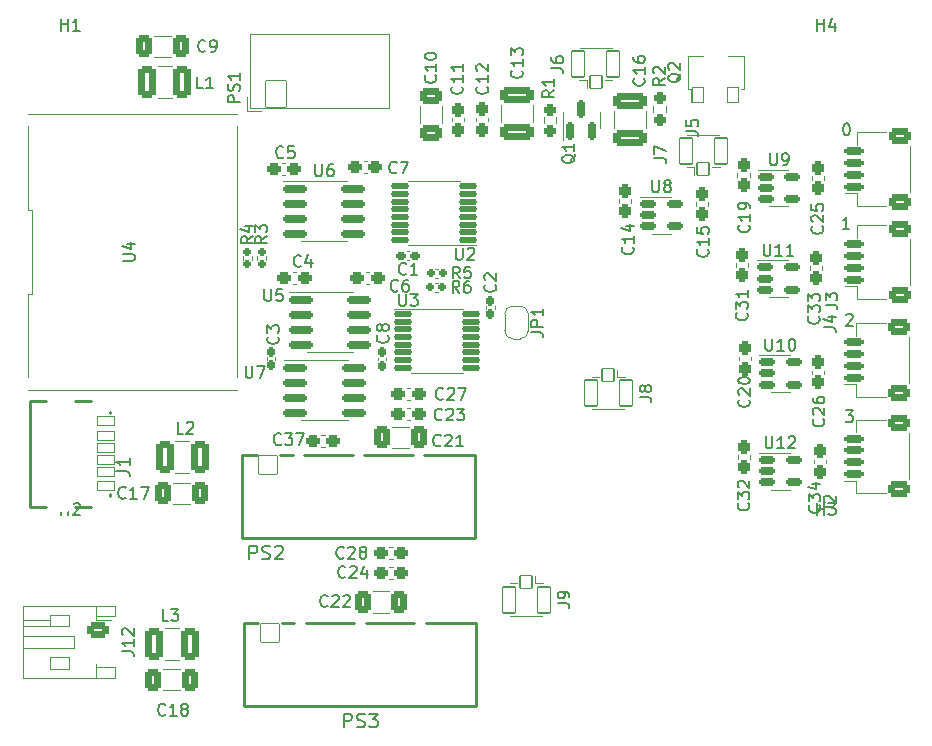
<source format=gbr>
%TF.GenerationSoftware,KiCad,Pcbnew,7.0.9*%
%TF.CreationDate,2024-10-16T13:59:32-06:00*%
%TF.ProjectId,uart_mux_v3,75617274-5f6d-4757-985f-76332e6b6963,rev?*%
%TF.SameCoordinates,Original*%
%TF.FileFunction,Legend,Top*%
%TF.FilePolarity,Positive*%
%FSLAX46Y46*%
G04 Gerber Fmt 4.6, Leading zero omitted, Abs format (unit mm)*
G04 Created by KiCad (PCBNEW 7.0.9) date 2024-10-16 13:59:32*
%MOMM*%
%LPD*%
G01*
G04 APERTURE LIST*
G04 Aperture macros list*
%AMRoundRect*
0 Rectangle with rounded corners*
0 $1 Rounding radius*
0 $2 $3 $4 $5 $6 $7 $8 $9 X,Y pos of 4 corners*
0 Add a 4 corners polygon primitive as box body*
4,1,4,$2,$3,$4,$5,$6,$7,$8,$9,$2,$3,0*
0 Add four circle primitives for the rounded corners*
1,1,$1+$1,$2,$3*
1,1,$1+$1,$4,$5*
1,1,$1+$1,$6,$7*
1,1,$1+$1,$8,$9*
0 Add four rect primitives between the rounded corners*
20,1,$1+$1,$2,$3,$4,$5,0*
20,1,$1+$1,$4,$5,$6,$7,0*
20,1,$1+$1,$6,$7,$8,$9,0*
20,1,$1+$1,$8,$9,$2,$3,0*%
%AMFreePoly0*
4,1,35,0.536062,0.786062,0.551000,0.750000,0.551000,-0.750000,0.536062,-0.786062,0.500000,-0.801000,0.000000,-0.801000,-0.012285,-0.795911,-0.071157,-0.795911,-0.085525,-0.793845,-0.222076,-0.753750,-0.235281,-0.747720,-0.355003,-0.670779,-0.365973,-0.661273,-0.459170,-0.553718,-0.467018,-0.541506,-0.526137,-0.412052,-0.530227,-0.398124,-0.550481,-0.257258,-0.551000,-0.250000,-0.551000,0.250000,
-0.550481,0.257258,-0.530227,0.398124,-0.526137,0.412052,-0.467018,0.541506,-0.459170,0.553718,-0.365973,0.661273,-0.355003,0.670779,-0.235281,0.747720,-0.222076,0.753750,-0.085525,0.793845,-0.071157,0.795911,-0.012285,0.795911,0.000000,0.801000,0.500000,0.801000,0.536062,0.786062,0.536062,0.786062,$1*%
%AMFreePoly1*
4,1,35,0.012285,0.795911,0.071157,0.795911,0.085525,0.793845,0.222076,0.753750,0.235281,0.747720,0.355003,0.670779,0.365973,0.661273,0.459170,0.553718,0.467018,0.541506,0.526137,0.412052,0.530227,0.398124,0.550481,0.257258,0.551000,0.250000,0.551000,-0.250000,0.550481,-0.257258,0.530227,-0.398124,0.526137,-0.412052,0.467018,-0.541506,0.459170,-0.553718,0.365973,-0.661273,
0.355003,-0.670779,0.235281,-0.747720,0.222076,-0.753750,0.085525,-0.793845,0.071157,-0.795911,0.012285,-0.795911,0.000000,-0.801000,-0.500000,-0.801000,-0.536062,-0.786062,-0.551000,-0.750000,-0.551000,0.750000,-0.536062,0.786062,-0.500000,0.801000,0.000000,0.801000,0.012285,0.795911,0.012285,0.795911,$1*%
%AMFreePoly2*
4,1,21,3.898562,0.902562,3.913500,0.866500,3.913500,-0.866500,3.898562,-0.902562,3.862500,-0.917500,0.737500,-0.917500,0.701438,-0.902562,0.686500,-0.866500,0.686500,-0.501000,-0.737500,-0.501000,-0.773562,-0.486062,-0.788500,-0.450000,-0.788500,0.450000,-0.773562,0.486062,-0.737500,0.501000,0.686500,0.501000,0.686500,0.866500,0.701438,0.902562,0.737500,0.917500,3.862500,0.917500,
3.898562,0.902562,3.898562,0.902562,$1*%
G04 Aperture macros list end*
%ADD10C,0.150000*%
%ADD11C,0.152000*%
%ADD12C,0.120000*%
%ADD13C,0.254000*%
%ADD14RoundRect,0.206000X0.212500X0.155000X-0.212500X0.155000X-0.212500X-0.155000X0.212500X-0.155000X0*%
%ADD15RoundRect,0.201000X0.625000X-0.150000X0.625000X0.150000X-0.625000X0.150000X-0.625000X-0.150000X0*%
%ADD16RoundRect,0.301000X0.650000X-0.350000X0.650000X0.350000X-0.650000X0.350000X-0.650000X-0.350000X0*%
%ADD17RoundRect,0.051000X0.500000X-0.525000X0.500000X0.525000X-0.500000X0.525000X-0.500000X-0.525000X0*%
%ADD18RoundRect,0.051000X0.525000X-1.100000X0.525000X1.100000X-0.525000X1.100000X-0.525000X-1.100000X0*%
%ADD19RoundRect,0.151000X0.637500X0.100000X-0.637500X0.100000X-0.637500X-0.100000X0.637500X-0.100000X0*%
%ADD20RoundRect,0.288500X0.300000X0.237500X-0.300000X0.237500X-0.300000X-0.237500X0.300000X-0.237500X0*%
%ADD21C,5.702000*%
%ADD22RoundRect,0.151000X-0.637500X-0.100000X0.637500X-0.100000X0.637500X0.100000X-0.637500X0.100000X0*%
%ADD23FreePoly0,270.000000*%
%ADD24FreePoly1,270.000000*%
%ADD25RoundRect,0.288500X-0.237500X0.300000X-0.237500X-0.300000X0.237500X-0.300000X0.237500X0.300000X0*%
%ADD26RoundRect,0.288500X-0.300000X-0.237500X0.300000X-0.237500X0.300000X0.237500X-0.300000X0.237500X0*%
%ADD27RoundRect,0.288500X-0.237500X0.250000X-0.237500X-0.250000X0.237500X-0.250000X0.237500X0.250000X0*%
%ADD28RoundRect,0.201000X-0.512500X-0.150000X0.512500X-0.150000X0.512500X0.150000X-0.512500X0.150000X0*%
%ADD29RoundRect,0.301000X-0.625000X0.350000X-0.625000X-0.350000X0.625000X-0.350000X0.625000X0.350000X0*%
%ADD30O,1.852000X1.302000*%
%ADD31RoundRect,0.186000X0.135000X0.185000X-0.135000X0.185000X-0.135000X-0.185000X0.135000X-0.185000X0*%
%ADD32RoundRect,0.301000X-0.412500X-0.650000X0.412500X-0.650000X0.412500X0.650000X-0.412500X0.650000X0*%
%ADD33RoundRect,0.051000X-0.800000X-0.800000X0.800000X-0.800000X0.800000X0.800000X-0.800000X0.800000X0*%
%ADD34C,1.702000*%
%ADD35RoundRect,0.301001X0.462499X1.074999X-0.462499X1.074999X-0.462499X-1.074999X0.462499X-1.074999X0*%
%ADD36RoundRect,0.301000X0.412500X0.650000X-0.412500X0.650000X-0.412500X-0.650000X0.412500X-0.650000X0*%
%ADD37RoundRect,0.051000X0.450000X-0.650000X0.450000X0.650000X-0.450000X0.650000X-0.450000X-0.650000X0*%
%ADD38FreePoly2,90.000000*%
%ADD39RoundRect,0.051000X-0.500000X0.525000X-0.500000X-0.525000X0.500000X-0.525000X0.500000X0.525000X0*%
%ADD40RoundRect,0.051000X-0.525000X1.100000X-0.525000X-1.100000X0.525000X-1.100000X0.525000X1.100000X0*%
%ADD41RoundRect,0.051000X-0.875000X-1.125000X0.875000X-1.125000X0.875000X1.125000X-0.875000X1.125000X0*%
%ADD42O,1.852000X2.352000*%
%ADD43RoundRect,0.206000X0.155000X-0.212500X0.155000X0.212500X-0.155000X0.212500X-0.155000X-0.212500X0*%
%ADD44RoundRect,0.201000X-0.825000X-0.150000X0.825000X-0.150000X0.825000X0.150000X-0.825000X0.150000X0*%
%ADD45RoundRect,0.301000X1.100000X-0.412500X1.100000X0.412500X-1.100000X0.412500X-1.100000X-0.412500X0*%
%ADD46RoundRect,0.186000X0.185000X-0.135000X0.185000X0.135000X-0.185000X0.135000X-0.185000X-0.135000X0*%
%ADD47O,1.602000X5.102000*%
%ADD48O,2.102000X1.202000*%
%ADD49RoundRect,0.051000X-0.700000X0.400000X-0.700000X-0.400000X0.700000X-0.400000X0.700000X0.400000X0*%
%ADD50RoundRect,0.201000X0.150000X-0.587500X0.150000X0.587500X-0.150000X0.587500X-0.150000X-0.587500X0*%
%ADD51RoundRect,0.301000X0.650000X-0.412500X0.650000X0.412500X-0.650000X0.412500X-0.650000X-0.412500X0*%
G04 APERTURE END LIST*
D10*
X157651541Y-92819819D02*
X158270588Y-92819819D01*
X158270588Y-92819819D02*
X157937255Y-93200771D01*
X157937255Y-93200771D02*
X158080112Y-93200771D01*
X158080112Y-93200771D02*
X158175350Y-93248390D01*
X158175350Y-93248390D02*
X158222969Y-93296009D01*
X158222969Y-93296009D02*
X158270588Y-93391247D01*
X158270588Y-93391247D02*
X158270588Y-93629342D01*
X158270588Y-93629342D02*
X158222969Y-93724580D01*
X158222969Y-93724580D02*
X158175350Y-93772200D01*
X158175350Y-93772200D02*
X158080112Y-93819819D01*
X158080112Y-93819819D02*
X157794398Y-93819819D01*
X157794398Y-93819819D02*
X157699160Y-93772200D01*
X157699160Y-93772200D02*
X157651541Y-93724580D01*
X157699160Y-84725057D02*
X157746779Y-84677438D01*
X157746779Y-84677438D02*
X157842017Y-84629819D01*
X157842017Y-84629819D02*
X158080112Y-84629819D01*
X158080112Y-84629819D02*
X158175350Y-84677438D01*
X158175350Y-84677438D02*
X158222969Y-84725057D01*
X158222969Y-84725057D02*
X158270588Y-84820295D01*
X158270588Y-84820295D02*
X158270588Y-84915533D01*
X158270588Y-84915533D02*
X158222969Y-85058390D01*
X158222969Y-85058390D02*
X157651541Y-85629819D01*
X157651541Y-85629819D02*
X158270588Y-85629819D01*
X157970588Y-77432319D02*
X157399160Y-77432319D01*
X157684874Y-77432319D02*
X157684874Y-76432319D01*
X157684874Y-76432319D02*
X157589636Y-76575176D01*
X157589636Y-76575176D02*
X157494398Y-76670414D01*
X157494398Y-76670414D02*
X157399160Y-76718033D01*
X157657255Y-68519819D02*
X157752493Y-68519819D01*
X157752493Y-68519819D02*
X157847731Y-68567438D01*
X157847731Y-68567438D02*
X157895350Y-68615057D01*
X157895350Y-68615057D02*
X157942969Y-68710295D01*
X157942969Y-68710295D02*
X157990588Y-68900771D01*
X157990588Y-68900771D02*
X157990588Y-69138866D01*
X157990588Y-69138866D02*
X157942969Y-69329342D01*
X157942969Y-69329342D02*
X157895350Y-69424580D01*
X157895350Y-69424580D02*
X157847731Y-69472200D01*
X157847731Y-69472200D02*
X157752493Y-69519819D01*
X157752493Y-69519819D02*
X157657255Y-69519819D01*
X157657255Y-69519819D02*
X157562017Y-69472200D01*
X157562017Y-69472200D02*
X157514398Y-69424580D01*
X157514398Y-69424580D02*
X157466779Y-69329342D01*
X157466779Y-69329342D02*
X157419160Y-69138866D01*
X157419160Y-69138866D02*
X157419160Y-68900771D01*
X157419160Y-68900771D02*
X157466779Y-68710295D01*
X157466779Y-68710295D02*
X157514398Y-68615057D01*
X157514398Y-68615057D02*
X157562017Y-68567438D01*
X157562017Y-68567438D02*
X157657255Y-68519819D01*
X120434524Y-81228830D02*
X120386905Y-81276450D01*
X120386905Y-81276450D02*
X120244048Y-81324069D01*
X120244048Y-81324069D02*
X120148810Y-81324069D01*
X120148810Y-81324069D02*
X120005953Y-81276450D01*
X120005953Y-81276450D02*
X119910715Y-81181211D01*
X119910715Y-81181211D02*
X119863096Y-81085973D01*
X119863096Y-81085973D02*
X119815477Y-80895497D01*
X119815477Y-80895497D02*
X119815477Y-80752640D01*
X119815477Y-80752640D02*
X119863096Y-80562164D01*
X119863096Y-80562164D02*
X119910715Y-80466926D01*
X119910715Y-80466926D02*
X120005953Y-80371688D01*
X120005953Y-80371688D02*
X120148810Y-80324069D01*
X120148810Y-80324069D02*
X120244048Y-80324069D01*
X120244048Y-80324069D02*
X120386905Y-80371688D01*
X120386905Y-80371688D02*
X120434524Y-80419307D01*
X121386905Y-81324069D02*
X120815477Y-81324069D01*
X121101191Y-81324069D02*
X121101191Y-80324069D01*
X121101191Y-80324069D02*
X121005953Y-80466926D01*
X121005953Y-80466926D02*
X120910715Y-80562164D01*
X120910715Y-80562164D02*
X120815477Y-80609783D01*
X144154819Y-69195833D02*
X144869104Y-69195833D01*
X144869104Y-69195833D02*
X145011961Y-69243452D01*
X145011961Y-69243452D02*
X145107200Y-69338690D01*
X145107200Y-69338690D02*
X145154819Y-69481547D01*
X145154819Y-69481547D02*
X145154819Y-69576785D01*
X144154819Y-68243452D02*
X144154819Y-68719642D01*
X144154819Y-68719642D02*
X144631009Y-68767261D01*
X144631009Y-68767261D02*
X144583390Y-68719642D01*
X144583390Y-68719642D02*
X144535771Y-68624404D01*
X144535771Y-68624404D02*
X144535771Y-68386309D01*
X144535771Y-68386309D02*
X144583390Y-68291071D01*
X144583390Y-68291071D02*
X144631009Y-68243452D01*
X144631009Y-68243452D02*
X144726247Y-68195833D01*
X144726247Y-68195833D02*
X144964342Y-68195833D01*
X144964342Y-68195833D02*
X145059580Y-68243452D01*
X145059580Y-68243452D02*
X145107200Y-68291071D01*
X145107200Y-68291071D02*
X145154819Y-68386309D01*
X145154819Y-68386309D02*
X145154819Y-68624404D01*
X145154819Y-68624404D02*
X145107200Y-68719642D01*
X145107200Y-68719642D02*
X145059580Y-68767261D01*
X155954819Y-83883333D02*
X156669104Y-83883333D01*
X156669104Y-83883333D02*
X156811961Y-83930952D01*
X156811961Y-83930952D02*
X156907200Y-84026190D01*
X156907200Y-84026190D02*
X156954819Y-84169047D01*
X156954819Y-84169047D02*
X156954819Y-84264285D01*
X155954819Y-83502380D02*
X155954819Y-82883333D01*
X155954819Y-82883333D02*
X156335771Y-83216666D01*
X156335771Y-83216666D02*
X156335771Y-83073809D01*
X156335771Y-83073809D02*
X156383390Y-82978571D01*
X156383390Y-82978571D02*
X156431009Y-82930952D01*
X156431009Y-82930952D02*
X156526247Y-82883333D01*
X156526247Y-82883333D02*
X156764342Y-82883333D01*
X156764342Y-82883333D02*
X156859580Y-82930952D01*
X156859580Y-82930952D02*
X156907200Y-82978571D01*
X156907200Y-82978571D02*
X156954819Y-83073809D01*
X156954819Y-83073809D02*
X156954819Y-83359523D01*
X156954819Y-83359523D02*
X156907200Y-83454761D01*
X156907200Y-83454761D02*
X156859580Y-83502380D01*
X155804819Y-85783333D02*
X156519104Y-85783333D01*
X156519104Y-85783333D02*
X156661961Y-85830952D01*
X156661961Y-85830952D02*
X156757200Y-85926190D01*
X156757200Y-85926190D02*
X156804819Y-86069047D01*
X156804819Y-86069047D02*
X156804819Y-86164285D01*
X156138152Y-84878571D02*
X156804819Y-84878571D01*
X155757200Y-85116666D02*
X156471485Y-85354761D01*
X156471485Y-85354761D02*
X156471485Y-84735714D01*
X155804819Y-101033333D02*
X156519104Y-101033333D01*
X156519104Y-101033333D02*
X156661961Y-101080952D01*
X156661961Y-101080952D02*
X156757200Y-101176190D01*
X156757200Y-101176190D02*
X156804819Y-101319047D01*
X156804819Y-101319047D02*
X156804819Y-101414285D01*
X155900057Y-100604761D02*
X155852438Y-100557142D01*
X155852438Y-100557142D02*
X155804819Y-100461904D01*
X155804819Y-100461904D02*
X155804819Y-100223809D01*
X155804819Y-100223809D02*
X155852438Y-100128571D01*
X155852438Y-100128571D02*
X155900057Y-100080952D01*
X155900057Y-100080952D02*
X155995295Y-100033333D01*
X155995295Y-100033333D02*
X156090533Y-100033333D01*
X156090533Y-100033333D02*
X156233390Y-100080952D01*
X156233390Y-100080952D02*
X156804819Y-100652380D01*
X156804819Y-100652380D02*
X156804819Y-100033333D01*
X141454819Y-71483333D02*
X142169104Y-71483333D01*
X142169104Y-71483333D02*
X142311961Y-71530952D01*
X142311961Y-71530952D02*
X142407200Y-71626190D01*
X142407200Y-71626190D02*
X142454819Y-71769047D01*
X142454819Y-71769047D02*
X142454819Y-71864285D01*
X141454819Y-71102380D02*
X141454819Y-70435714D01*
X141454819Y-70435714D02*
X142454819Y-70864285D01*
X124638095Y-79054819D02*
X124638095Y-79864342D01*
X124638095Y-79864342D02*
X124685714Y-79959580D01*
X124685714Y-79959580D02*
X124733333Y-80007200D01*
X124733333Y-80007200D02*
X124828571Y-80054819D01*
X124828571Y-80054819D02*
X125019047Y-80054819D01*
X125019047Y-80054819D02*
X125114285Y-80007200D01*
X125114285Y-80007200D02*
X125161904Y-79959580D01*
X125161904Y-79959580D02*
X125209523Y-79864342D01*
X125209523Y-79864342D02*
X125209523Y-79054819D01*
X125638095Y-79150057D02*
X125685714Y-79102438D01*
X125685714Y-79102438D02*
X125780952Y-79054819D01*
X125780952Y-79054819D02*
X126019047Y-79054819D01*
X126019047Y-79054819D02*
X126114285Y-79102438D01*
X126114285Y-79102438D02*
X126161904Y-79150057D01*
X126161904Y-79150057D02*
X126209523Y-79245295D01*
X126209523Y-79245295D02*
X126209523Y-79340533D01*
X126209523Y-79340533D02*
X126161904Y-79483390D01*
X126161904Y-79483390D02*
X125590476Y-80054819D01*
X125590476Y-80054819D02*
X126209523Y-80054819D01*
X111533333Y-80559580D02*
X111485714Y-80607200D01*
X111485714Y-80607200D02*
X111342857Y-80654819D01*
X111342857Y-80654819D02*
X111247619Y-80654819D01*
X111247619Y-80654819D02*
X111104762Y-80607200D01*
X111104762Y-80607200D02*
X111009524Y-80511961D01*
X111009524Y-80511961D02*
X110961905Y-80416723D01*
X110961905Y-80416723D02*
X110914286Y-80226247D01*
X110914286Y-80226247D02*
X110914286Y-80083390D01*
X110914286Y-80083390D02*
X110961905Y-79892914D01*
X110961905Y-79892914D02*
X111009524Y-79797676D01*
X111009524Y-79797676D02*
X111104762Y-79702438D01*
X111104762Y-79702438D02*
X111247619Y-79654819D01*
X111247619Y-79654819D02*
X111342857Y-79654819D01*
X111342857Y-79654819D02*
X111485714Y-79702438D01*
X111485714Y-79702438D02*
X111533333Y-79750057D01*
X112390476Y-79988152D02*
X112390476Y-80654819D01*
X112152381Y-79607200D02*
X111914286Y-80321485D01*
X111914286Y-80321485D02*
X112533333Y-80321485D01*
X119733333Y-82659580D02*
X119685714Y-82707200D01*
X119685714Y-82707200D02*
X119542857Y-82754819D01*
X119542857Y-82754819D02*
X119447619Y-82754819D01*
X119447619Y-82754819D02*
X119304762Y-82707200D01*
X119304762Y-82707200D02*
X119209524Y-82611961D01*
X119209524Y-82611961D02*
X119161905Y-82516723D01*
X119161905Y-82516723D02*
X119114286Y-82326247D01*
X119114286Y-82326247D02*
X119114286Y-82183390D01*
X119114286Y-82183390D02*
X119161905Y-81992914D01*
X119161905Y-81992914D02*
X119209524Y-81897676D01*
X119209524Y-81897676D02*
X119304762Y-81802438D01*
X119304762Y-81802438D02*
X119447619Y-81754819D01*
X119447619Y-81754819D02*
X119542857Y-81754819D01*
X119542857Y-81754819D02*
X119685714Y-81802438D01*
X119685714Y-81802438D02*
X119733333Y-81850057D01*
X120590476Y-81754819D02*
X120400000Y-81754819D01*
X120400000Y-81754819D02*
X120304762Y-81802438D01*
X120304762Y-81802438D02*
X120257143Y-81850057D01*
X120257143Y-81850057D02*
X120161905Y-81992914D01*
X120161905Y-81992914D02*
X120114286Y-82183390D01*
X120114286Y-82183390D02*
X120114286Y-82564342D01*
X120114286Y-82564342D02*
X120161905Y-82659580D01*
X120161905Y-82659580D02*
X120209524Y-82707200D01*
X120209524Y-82707200D02*
X120304762Y-82754819D01*
X120304762Y-82754819D02*
X120495238Y-82754819D01*
X120495238Y-82754819D02*
X120590476Y-82707200D01*
X120590476Y-82707200D02*
X120638095Y-82659580D01*
X120638095Y-82659580D02*
X120685714Y-82564342D01*
X120685714Y-82564342D02*
X120685714Y-82326247D01*
X120685714Y-82326247D02*
X120638095Y-82231009D01*
X120638095Y-82231009D02*
X120590476Y-82183390D01*
X120590476Y-82183390D02*
X120495238Y-82135771D01*
X120495238Y-82135771D02*
X120304762Y-82135771D01*
X120304762Y-82135771D02*
X120209524Y-82183390D01*
X120209524Y-82183390D02*
X120161905Y-82231009D01*
X120161905Y-82231009D02*
X120114286Y-82326247D01*
X119633333Y-72659580D02*
X119585714Y-72707200D01*
X119585714Y-72707200D02*
X119442857Y-72754819D01*
X119442857Y-72754819D02*
X119347619Y-72754819D01*
X119347619Y-72754819D02*
X119204762Y-72707200D01*
X119204762Y-72707200D02*
X119109524Y-72611961D01*
X119109524Y-72611961D02*
X119061905Y-72516723D01*
X119061905Y-72516723D02*
X119014286Y-72326247D01*
X119014286Y-72326247D02*
X119014286Y-72183390D01*
X119014286Y-72183390D02*
X119061905Y-71992914D01*
X119061905Y-71992914D02*
X119109524Y-71897676D01*
X119109524Y-71897676D02*
X119204762Y-71802438D01*
X119204762Y-71802438D02*
X119347619Y-71754819D01*
X119347619Y-71754819D02*
X119442857Y-71754819D01*
X119442857Y-71754819D02*
X119585714Y-71802438D01*
X119585714Y-71802438D02*
X119633333Y-71850057D01*
X119966667Y-71754819D02*
X120633333Y-71754819D01*
X120633333Y-71754819D02*
X120204762Y-72754819D01*
X110033333Y-71359580D02*
X109985714Y-71407200D01*
X109985714Y-71407200D02*
X109842857Y-71454819D01*
X109842857Y-71454819D02*
X109747619Y-71454819D01*
X109747619Y-71454819D02*
X109604762Y-71407200D01*
X109604762Y-71407200D02*
X109509524Y-71311961D01*
X109509524Y-71311961D02*
X109461905Y-71216723D01*
X109461905Y-71216723D02*
X109414286Y-71026247D01*
X109414286Y-71026247D02*
X109414286Y-70883390D01*
X109414286Y-70883390D02*
X109461905Y-70692914D01*
X109461905Y-70692914D02*
X109509524Y-70597676D01*
X109509524Y-70597676D02*
X109604762Y-70502438D01*
X109604762Y-70502438D02*
X109747619Y-70454819D01*
X109747619Y-70454819D02*
X109842857Y-70454819D01*
X109842857Y-70454819D02*
X109985714Y-70502438D01*
X109985714Y-70502438D02*
X110033333Y-70550057D01*
X110938095Y-70454819D02*
X110461905Y-70454819D01*
X110461905Y-70454819D02*
X110414286Y-70931009D01*
X110414286Y-70931009D02*
X110461905Y-70883390D01*
X110461905Y-70883390D02*
X110557143Y-70835771D01*
X110557143Y-70835771D02*
X110795238Y-70835771D01*
X110795238Y-70835771D02*
X110890476Y-70883390D01*
X110890476Y-70883390D02*
X110938095Y-70931009D01*
X110938095Y-70931009D02*
X110985714Y-71026247D01*
X110985714Y-71026247D02*
X110985714Y-71264342D01*
X110985714Y-71264342D02*
X110938095Y-71359580D01*
X110938095Y-71359580D02*
X110890476Y-71407200D01*
X110890476Y-71407200D02*
X110795238Y-71454819D01*
X110795238Y-71454819D02*
X110557143Y-71454819D01*
X110557143Y-71454819D02*
X110461905Y-71407200D01*
X110461905Y-71407200D02*
X110414286Y-71359580D01*
X132729819Y-63838333D02*
X133444104Y-63838333D01*
X133444104Y-63838333D02*
X133586961Y-63885952D01*
X133586961Y-63885952D02*
X133682200Y-63981190D01*
X133682200Y-63981190D02*
X133729819Y-64124047D01*
X133729819Y-64124047D02*
X133729819Y-64219285D01*
X132729819Y-62933571D02*
X132729819Y-63124047D01*
X132729819Y-63124047D02*
X132777438Y-63219285D01*
X132777438Y-63219285D02*
X132825057Y-63266904D01*
X132825057Y-63266904D02*
X132967914Y-63362142D01*
X132967914Y-63362142D02*
X133158390Y-63409761D01*
X133158390Y-63409761D02*
X133539342Y-63409761D01*
X133539342Y-63409761D02*
X133634580Y-63362142D01*
X133634580Y-63362142D02*
X133682200Y-63314523D01*
X133682200Y-63314523D02*
X133729819Y-63219285D01*
X133729819Y-63219285D02*
X133729819Y-63028809D01*
X133729819Y-63028809D02*
X133682200Y-62933571D01*
X133682200Y-62933571D02*
X133634580Y-62885952D01*
X133634580Y-62885952D02*
X133539342Y-62838333D01*
X133539342Y-62838333D02*
X133301247Y-62838333D01*
X133301247Y-62838333D02*
X133206009Y-62885952D01*
X133206009Y-62885952D02*
X133158390Y-62933571D01*
X133158390Y-62933571D02*
X133110771Y-63028809D01*
X133110771Y-63028809D02*
X133110771Y-63219285D01*
X133110771Y-63219285D02*
X133158390Y-63314523D01*
X133158390Y-63314523D02*
X133206009Y-63362142D01*
X133206009Y-63362142D02*
X133301247Y-63409761D01*
X91238095Y-60654819D02*
X91238095Y-59654819D01*
X91238095Y-60131009D02*
X91809523Y-60131009D01*
X91809523Y-60654819D02*
X91809523Y-59654819D01*
X92809523Y-60654819D02*
X92238095Y-60654819D01*
X92523809Y-60654819D02*
X92523809Y-59654819D01*
X92523809Y-59654819D02*
X92428571Y-59797676D01*
X92428571Y-59797676D02*
X92333333Y-59892914D01*
X92333333Y-59892914D02*
X92238095Y-59940533D01*
X91238095Y-101654819D02*
X91238095Y-100654819D01*
X91238095Y-101131009D02*
X91809523Y-101131009D01*
X91809523Y-101654819D02*
X91809523Y-100654819D01*
X92238095Y-100750057D02*
X92285714Y-100702438D01*
X92285714Y-100702438D02*
X92380952Y-100654819D01*
X92380952Y-100654819D02*
X92619047Y-100654819D01*
X92619047Y-100654819D02*
X92714285Y-100702438D01*
X92714285Y-100702438D02*
X92761904Y-100750057D01*
X92761904Y-100750057D02*
X92809523Y-100845295D01*
X92809523Y-100845295D02*
X92809523Y-100940533D01*
X92809523Y-100940533D02*
X92761904Y-101083390D01*
X92761904Y-101083390D02*
X92190476Y-101654819D01*
X92190476Y-101654819D02*
X92809523Y-101654819D01*
X119838095Y-82954819D02*
X119838095Y-83764342D01*
X119838095Y-83764342D02*
X119885714Y-83859580D01*
X119885714Y-83859580D02*
X119933333Y-83907200D01*
X119933333Y-83907200D02*
X120028571Y-83954819D01*
X120028571Y-83954819D02*
X120219047Y-83954819D01*
X120219047Y-83954819D02*
X120314285Y-83907200D01*
X120314285Y-83907200D02*
X120361904Y-83859580D01*
X120361904Y-83859580D02*
X120409523Y-83764342D01*
X120409523Y-83764342D02*
X120409523Y-82954819D01*
X120790476Y-82954819D02*
X121409523Y-82954819D01*
X121409523Y-82954819D02*
X121076190Y-83335771D01*
X121076190Y-83335771D02*
X121219047Y-83335771D01*
X121219047Y-83335771D02*
X121314285Y-83383390D01*
X121314285Y-83383390D02*
X121361904Y-83431009D01*
X121361904Y-83431009D02*
X121409523Y-83526247D01*
X121409523Y-83526247D02*
X121409523Y-83764342D01*
X121409523Y-83764342D02*
X121361904Y-83859580D01*
X121361904Y-83859580D02*
X121314285Y-83907200D01*
X121314285Y-83907200D02*
X121219047Y-83954819D01*
X121219047Y-83954819D02*
X120933333Y-83954819D01*
X120933333Y-83954819D02*
X120838095Y-83907200D01*
X120838095Y-83907200D02*
X120790476Y-83859580D01*
X131031010Y-86192583D02*
X131745295Y-86192583D01*
X131745295Y-86192583D02*
X131888152Y-86240202D01*
X131888152Y-86240202D02*
X131983391Y-86335440D01*
X131983391Y-86335440D02*
X132031010Y-86478297D01*
X132031010Y-86478297D02*
X132031010Y-86573535D01*
X132031010Y-85716392D02*
X131031010Y-85716392D01*
X131031010Y-85716392D02*
X131031010Y-85335440D01*
X131031010Y-85335440D02*
X131078629Y-85240202D01*
X131078629Y-85240202D02*
X131126248Y-85192583D01*
X131126248Y-85192583D02*
X131221486Y-85144964D01*
X131221486Y-85144964D02*
X131364343Y-85144964D01*
X131364343Y-85144964D02*
X131459581Y-85192583D01*
X131459581Y-85192583D02*
X131507200Y-85240202D01*
X131507200Y-85240202D02*
X131554819Y-85335440D01*
X131554819Y-85335440D02*
X131554819Y-85716392D01*
X132031010Y-84192583D02*
X132031010Y-84764011D01*
X132031010Y-84478297D02*
X131031010Y-84478297D01*
X131031010Y-84478297D02*
X131173867Y-84573535D01*
X131173867Y-84573535D02*
X131269105Y-84668773D01*
X131269105Y-84668773D02*
X131316724Y-84764011D01*
X127284580Y-65392857D02*
X127332200Y-65440476D01*
X127332200Y-65440476D02*
X127379819Y-65583333D01*
X127379819Y-65583333D02*
X127379819Y-65678571D01*
X127379819Y-65678571D02*
X127332200Y-65821428D01*
X127332200Y-65821428D02*
X127236961Y-65916666D01*
X127236961Y-65916666D02*
X127141723Y-65964285D01*
X127141723Y-65964285D02*
X126951247Y-66011904D01*
X126951247Y-66011904D02*
X126808390Y-66011904D01*
X126808390Y-66011904D02*
X126617914Y-65964285D01*
X126617914Y-65964285D02*
X126522676Y-65916666D01*
X126522676Y-65916666D02*
X126427438Y-65821428D01*
X126427438Y-65821428D02*
X126379819Y-65678571D01*
X126379819Y-65678571D02*
X126379819Y-65583333D01*
X126379819Y-65583333D02*
X126427438Y-65440476D01*
X126427438Y-65440476D02*
X126475057Y-65392857D01*
X127379819Y-64440476D02*
X127379819Y-65011904D01*
X127379819Y-64726190D02*
X126379819Y-64726190D01*
X126379819Y-64726190D02*
X126522676Y-64821428D01*
X126522676Y-64821428D02*
X126617914Y-64916666D01*
X126617914Y-64916666D02*
X126665533Y-65011904D01*
X126475057Y-64059523D02*
X126427438Y-64011904D01*
X126427438Y-64011904D02*
X126379819Y-63916666D01*
X126379819Y-63916666D02*
X126379819Y-63678571D01*
X126379819Y-63678571D02*
X126427438Y-63583333D01*
X126427438Y-63583333D02*
X126475057Y-63535714D01*
X126475057Y-63535714D02*
X126570295Y-63488095D01*
X126570295Y-63488095D02*
X126665533Y-63488095D01*
X126665533Y-63488095D02*
X126808390Y-63535714D01*
X126808390Y-63535714D02*
X127379819Y-64107142D01*
X127379819Y-64107142D02*
X127379819Y-63488095D01*
X115294642Y-106909580D02*
X115247023Y-106957200D01*
X115247023Y-106957200D02*
X115104166Y-107004819D01*
X115104166Y-107004819D02*
X115008928Y-107004819D01*
X115008928Y-107004819D02*
X114866071Y-106957200D01*
X114866071Y-106957200D02*
X114770833Y-106861961D01*
X114770833Y-106861961D02*
X114723214Y-106766723D01*
X114723214Y-106766723D02*
X114675595Y-106576247D01*
X114675595Y-106576247D02*
X114675595Y-106433390D01*
X114675595Y-106433390D02*
X114723214Y-106242914D01*
X114723214Y-106242914D02*
X114770833Y-106147676D01*
X114770833Y-106147676D02*
X114866071Y-106052438D01*
X114866071Y-106052438D02*
X115008928Y-106004819D01*
X115008928Y-106004819D02*
X115104166Y-106004819D01*
X115104166Y-106004819D02*
X115247023Y-106052438D01*
X115247023Y-106052438D02*
X115294642Y-106100057D01*
X115675595Y-106100057D02*
X115723214Y-106052438D01*
X115723214Y-106052438D02*
X115818452Y-106004819D01*
X115818452Y-106004819D02*
X116056547Y-106004819D01*
X116056547Y-106004819D02*
X116151785Y-106052438D01*
X116151785Y-106052438D02*
X116199404Y-106100057D01*
X116199404Y-106100057D02*
X116247023Y-106195295D01*
X116247023Y-106195295D02*
X116247023Y-106290533D01*
X116247023Y-106290533D02*
X116199404Y-106433390D01*
X116199404Y-106433390D02*
X115627976Y-107004819D01*
X115627976Y-107004819D02*
X116247023Y-107004819D01*
X117104166Y-106338152D02*
X117104166Y-107004819D01*
X116866071Y-105957200D02*
X116627976Y-106671485D01*
X116627976Y-106671485D02*
X117247023Y-106671485D01*
X142354819Y-64666666D02*
X141878628Y-64999999D01*
X142354819Y-65238094D02*
X141354819Y-65238094D01*
X141354819Y-65238094D02*
X141354819Y-64857142D01*
X141354819Y-64857142D02*
X141402438Y-64761904D01*
X141402438Y-64761904D02*
X141450057Y-64714285D01*
X141450057Y-64714285D02*
X141545295Y-64666666D01*
X141545295Y-64666666D02*
X141688152Y-64666666D01*
X141688152Y-64666666D02*
X141783390Y-64714285D01*
X141783390Y-64714285D02*
X141831009Y-64761904D01*
X141831009Y-64761904D02*
X141878628Y-64857142D01*
X141878628Y-64857142D02*
X141878628Y-65238094D01*
X141450057Y-64285713D02*
X141402438Y-64238094D01*
X141402438Y-64238094D02*
X141354819Y-64142856D01*
X141354819Y-64142856D02*
X141354819Y-63904761D01*
X141354819Y-63904761D02*
X141402438Y-63809523D01*
X141402438Y-63809523D02*
X141450057Y-63761904D01*
X141450057Y-63761904D02*
X141545295Y-63714285D01*
X141545295Y-63714285D02*
X141640533Y-63714285D01*
X141640533Y-63714285D02*
X141783390Y-63761904D01*
X141783390Y-63761904D02*
X142354819Y-64333332D01*
X142354819Y-64333332D02*
X142354819Y-63714285D01*
X151238095Y-71042319D02*
X151238095Y-71851842D01*
X151238095Y-71851842D02*
X151285714Y-71947080D01*
X151285714Y-71947080D02*
X151333333Y-71994700D01*
X151333333Y-71994700D02*
X151428571Y-72042319D01*
X151428571Y-72042319D02*
X151619047Y-72042319D01*
X151619047Y-72042319D02*
X151714285Y-71994700D01*
X151714285Y-71994700D02*
X151761904Y-71947080D01*
X151761904Y-71947080D02*
X151809523Y-71851842D01*
X151809523Y-71851842D02*
X151809523Y-71042319D01*
X152333333Y-72042319D02*
X152523809Y-72042319D01*
X152523809Y-72042319D02*
X152619047Y-71994700D01*
X152619047Y-71994700D02*
X152666666Y-71947080D01*
X152666666Y-71947080D02*
X152761904Y-71804223D01*
X152761904Y-71804223D02*
X152809523Y-71613747D01*
X152809523Y-71613747D02*
X152809523Y-71232795D01*
X152809523Y-71232795D02*
X152761904Y-71137557D01*
X152761904Y-71137557D02*
X152714285Y-71089938D01*
X152714285Y-71089938D02*
X152619047Y-71042319D01*
X152619047Y-71042319D02*
X152428571Y-71042319D01*
X152428571Y-71042319D02*
X152333333Y-71089938D01*
X152333333Y-71089938D02*
X152285714Y-71137557D01*
X152285714Y-71137557D02*
X152238095Y-71232795D01*
X152238095Y-71232795D02*
X152238095Y-71470890D01*
X152238095Y-71470890D02*
X152285714Y-71566128D01*
X152285714Y-71566128D02*
X152333333Y-71613747D01*
X152333333Y-71613747D02*
X152428571Y-71661366D01*
X152428571Y-71661366D02*
X152619047Y-71661366D01*
X152619047Y-71661366D02*
X152714285Y-71613747D01*
X152714285Y-71613747D02*
X152761904Y-71566128D01*
X152761904Y-71566128D02*
X152809523Y-71470890D01*
X123557142Y-91809580D02*
X123509523Y-91857200D01*
X123509523Y-91857200D02*
X123366666Y-91904819D01*
X123366666Y-91904819D02*
X123271428Y-91904819D01*
X123271428Y-91904819D02*
X123128571Y-91857200D01*
X123128571Y-91857200D02*
X123033333Y-91761961D01*
X123033333Y-91761961D02*
X122985714Y-91666723D01*
X122985714Y-91666723D02*
X122938095Y-91476247D01*
X122938095Y-91476247D02*
X122938095Y-91333390D01*
X122938095Y-91333390D02*
X122985714Y-91142914D01*
X122985714Y-91142914D02*
X123033333Y-91047676D01*
X123033333Y-91047676D02*
X123128571Y-90952438D01*
X123128571Y-90952438D02*
X123271428Y-90904819D01*
X123271428Y-90904819D02*
X123366666Y-90904819D01*
X123366666Y-90904819D02*
X123509523Y-90952438D01*
X123509523Y-90952438D02*
X123557142Y-91000057D01*
X123938095Y-91000057D02*
X123985714Y-90952438D01*
X123985714Y-90952438D02*
X124080952Y-90904819D01*
X124080952Y-90904819D02*
X124319047Y-90904819D01*
X124319047Y-90904819D02*
X124414285Y-90952438D01*
X124414285Y-90952438D02*
X124461904Y-91000057D01*
X124461904Y-91000057D02*
X124509523Y-91095295D01*
X124509523Y-91095295D02*
X124509523Y-91190533D01*
X124509523Y-91190533D02*
X124461904Y-91333390D01*
X124461904Y-91333390D02*
X123890476Y-91904819D01*
X123890476Y-91904819D02*
X124509523Y-91904819D01*
X124842857Y-90904819D02*
X125509523Y-90904819D01*
X125509523Y-90904819D02*
X125080952Y-91904819D01*
X96354819Y-113209523D02*
X97069104Y-113209523D01*
X97069104Y-113209523D02*
X97211961Y-113257142D01*
X97211961Y-113257142D02*
X97307200Y-113352380D01*
X97307200Y-113352380D02*
X97354819Y-113495237D01*
X97354819Y-113495237D02*
X97354819Y-113590475D01*
X97354819Y-112209523D02*
X97354819Y-112780951D01*
X97354819Y-112495237D02*
X96354819Y-112495237D01*
X96354819Y-112495237D02*
X96497676Y-112590475D01*
X96497676Y-112590475D02*
X96592914Y-112685713D01*
X96592914Y-112685713D02*
X96640533Y-112780951D01*
X96450057Y-111828570D02*
X96402438Y-111780951D01*
X96402438Y-111780951D02*
X96354819Y-111685713D01*
X96354819Y-111685713D02*
X96354819Y-111447618D01*
X96354819Y-111447618D02*
X96402438Y-111352380D01*
X96402438Y-111352380D02*
X96450057Y-111304761D01*
X96450057Y-111304761D02*
X96545295Y-111257142D01*
X96545295Y-111257142D02*
X96640533Y-111257142D01*
X96640533Y-111257142D02*
X96783390Y-111304761D01*
X96783390Y-111304761D02*
X97354819Y-111876189D01*
X97354819Y-111876189D02*
X97354819Y-111257142D01*
X124943333Y-82844819D02*
X124610000Y-82368628D01*
X124371905Y-82844819D02*
X124371905Y-81844819D01*
X124371905Y-81844819D02*
X124752857Y-81844819D01*
X124752857Y-81844819D02*
X124848095Y-81892438D01*
X124848095Y-81892438D02*
X124895714Y-81940057D01*
X124895714Y-81940057D02*
X124943333Y-82035295D01*
X124943333Y-82035295D02*
X124943333Y-82178152D01*
X124943333Y-82178152D02*
X124895714Y-82273390D01*
X124895714Y-82273390D02*
X124848095Y-82321009D01*
X124848095Y-82321009D02*
X124752857Y-82368628D01*
X124752857Y-82368628D02*
X124371905Y-82368628D01*
X125800476Y-81844819D02*
X125610000Y-81844819D01*
X125610000Y-81844819D02*
X125514762Y-81892438D01*
X125514762Y-81892438D02*
X125467143Y-81940057D01*
X125467143Y-81940057D02*
X125371905Y-82082914D01*
X125371905Y-82082914D02*
X125324286Y-82273390D01*
X125324286Y-82273390D02*
X125324286Y-82654342D01*
X125324286Y-82654342D02*
X125371905Y-82749580D01*
X125371905Y-82749580D02*
X125419524Y-82797200D01*
X125419524Y-82797200D02*
X125514762Y-82844819D01*
X125514762Y-82844819D02*
X125705238Y-82844819D01*
X125705238Y-82844819D02*
X125800476Y-82797200D01*
X125800476Y-82797200D02*
X125848095Y-82749580D01*
X125848095Y-82749580D02*
X125895714Y-82654342D01*
X125895714Y-82654342D02*
X125895714Y-82416247D01*
X125895714Y-82416247D02*
X125848095Y-82321009D01*
X125848095Y-82321009D02*
X125800476Y-82273390D01*
X125800476Y-82273390D02*
X125705238Y-82225771D01*
X125705238Y-82225771D02*
X125514762Y-82225771D01*
X125514762Y-82225771D02*
X125419524Y-82273390D01*
X125419524Y-82273390D02*
X125371905Y-82321009D01*
X125371905Y-82321009D02*
X125324286Y-82416247D01*
X103433333Y-62359580D02*
X103385714Y-62407200D01*
X103385714Y-62407200D02*
X103242857Y-62454819D01*
X103242857Y-62454819D02*
X103147619Y-62454819D01*
X103147619Y-62454819D02*
X103004762Y-62407200D01*
X103004762Y-62407200D02*
X102909524Y-62311961D01*
X102909524Y-62311961D02*
X102861905Y-62216723D01*
X102861905Y-62216723D02*
X102814286Y-62026247D01*
X102814286Y-62026247D02*
X102814286Y-61883390D01*
X102814286Y-61883390D02*
X102861905Y-61692914D01*
X102861905Y-61692914D02*
X102909524Y-61597676D01*
X102909524Y-61597676D02*
X103004762Y-61502438D01*
X103004762Y-61502438D02*
X103147619Y-61454819D01*
X103147619Y-61454819D02*
X103242857Y-61454819D01*
X103242857Y-61454819D02*
X103385714Y-61502438D01*
X103385714Y-61502438D02*
X103433333Y-61550057D01*
X103909524Y-62454819D02*
X104100000Y-62454819D01*
X104100000Y-62454819D02*
X104195238Y-62407200D01*
X104195238Y-62407200D02*
X104242857Y-62359580D01*
X104242857Y-62359580D02*
X104338095Y-62216723D01*
X104338095Y-62216723D02*
X104385714Y-62026247D01*
X104385714Y-62026247D02*
X104385714Y-61645295D01*
X104385714Y-61645295D02*
X104338095Y-61550057D01*
X104338095Y-61550057D02*
X104290476Y-61502438D01*
X104290476Y-61502438D02*
X104195238Y-61454819D01*
X104195238Y-61454819D02*
X104004762Y-61454819D01*
X104004762Y-61454819D02*
X103909524Y-61502438D01*
X103909524Y-61502438D02*
X103861905Y-61550057D01*
X103861905Y-61550057D02*
X103814286Y-61645295D01*
X103814286Y-61645295D02*
X103814286Y-61883390D01*
X103814286Y-61883390D02*
X103861905Y-61978628D01*
X103861905Y-61978628D02*
X103909524Y-62026247D01*
X103909524Y-62026247D02*
X104004762Y-62073866D01*
X104004762Y-62073866D02*
X104195238Y-62073866D01*
X104195238Y-62073866D02*
X104290476Y-62026247D01*
X104290476Y-62026247D02*
X104338095Y-61978628D01*
X104338095Y-61978628D02*
X104385714Y-61883390D01*
D11*
X107172142Y-105420869D02*
X107172142Y-104277869D01*
X107172142Y-104277869D02*
X107607571Y-104277869D01*
X107607571Y-104277869D02*
X107716428Y-104332298D01*
X107716428Y-104332298D02*
X107770857Y-104386726D01*
X107770857Y-104386726D02*
X107825285Y-104495583D01*
X107825285Y-104495583D02*
X107825285Y-104658869D01*
X107825285Y-104658869D02*
X107770857Y-104767726D01*
X107770857Y-104767726D02*
X107716428Y-104822155D01*
X107716428Y-104822155D02*
X107607571Y-104876583D01*
X107607571Y-104876583D02*
X107172142Y-104876583D01*
X108260714Y-105366441D02*
X108424000Y-105420869D01*
X108424000Y-105420869D02*
X108696142Y-105420869D01*
X108696142Y-105420869D02*
X108805000Y-105366441D01*
X108805000Y-105366441D02*
X108859428Y-105312012D01*
X108859428Y-105312012D02*
X108913857Y-105203155D01*
X108913857Y-105203155D02*
X108913857Y-105094298D01*
X108913857Y-105094298D02*
X108859428Y-104985441D01*
X108859428Y-104985441D02*
X108805000Y-104931012D01*
X108805000Y-104931012D02*
X108696142Y-104876583D01*
X108696142Y-104876583D02*
X108478428Y-104822155D01*
X108478428Y-104822155D02*
X108369571Y-104767726D01*
X108369571Y-104767726D02*
X108315142Y-104713298D01*
X108315142Y-104713298D02*
X108260714Y-104604441D01*
X108260714Y-104604441D02*
X108260714Y-104495583D01*
X108260714Y-104495583D02*
X108315142Y-104386726D01*
X108315142Y-104386726D02*
X108369571Y-104332298D01*
X108369571Y-104332298D02*
X108478428Y-104277869D01*
X108478428Y-104277869D02*
X108750571Y-104277869D01*
X108750571Y-104277869D02*
X108913857Y-104332298D01*
X109349285Y-104386726D02*
X109403713Y-104332298D01*
X109403713Y-104332298D02*
X109512571Y-104277869D01*
X109512571Y-104277869D02*
X109784713Y-104277869D01*
X109784713Y-104277869D02*
X109893571Y-104332298D01*
X109893571Y-104332298D02*
X109947999Y-104386726D01*
X109947999Y-104386726D02*
X110002428Y-104495583D01*
X110002428Y-104495583D02*
X110002428Y-104604441D01*
X110002428Y-104604441D02*
X109947999Y-104767726D01*
X109947999Y-104767726D02*
X109294856Y-105420869D01*
X109294856Y-105420869D02*
X110002428Y-105420869D01*
D10*
X124963333Y-81644819D02*
X124630000Y-81168628D01*
X124391905Y-81644819D02*
X124391905Y-80644819D01*
X124391905Y-80644819D02*
X124772857Y-80644819D01*
X124772857Y-80644819D02*
X124868095Y-80692438D01*
X124868095Y-80692438D02*
X124915714Y-80740057D01*
X124915714Y-80740057D02*
X124963333Y-80835295D01*
X124963333Y-80835295D02*
X124963333Y-80978152D01*
X124963333Y-80978152D02*
X124915714Y-81073390D01*
X124915714Y-81073390D02*
X124868095Y-81121009D01*
X124868095Y-81121009D02*
X124772857Y-81168628D01*
X124772857Y-81168628D02*
X124391905Y-81168628D01*
X125868095Y-80644819D02*
X125391905Y-80644819D01*
X125391905Y-80644819D02*
X125344286Y-81121009D01*
X125344286Y-81121009D02*
X125391905Y-81073390D01*
X125391905Y-81073390D02*
X125487143Y-81025771D01*
X125487143Y-81025771D02*
X125725238Y-81025771D01*
X125725238Y-81025771D02*
X125820476Y-81073390D01*
X125820476Y-81073390D02*
X125868095Y-81121009D01*
X125868095Y-81121009D02*
X125915714Y-81216247D01*
X125915714Y-81216247D02*
X125915714Y-81454342D01*
X125915714Y-81454342D02*
X125868095Y-81549580D01*
X125868095Y-81549580D02*
X125820476Y-81597200D01*
X125820476Y-81597200D02*
X125725238Y-81644819D01*
X125725238Y-81644819D02*
X125487143Y-81644819D01*
X125487143Y-81644819D02*
X125391905Y-81597200D01*
X125391905Y-81597200D02*
X125344286Y-81549580D01*
X149259580Y-84555357D02*
X149307200Y-84602976D01*
X149307200Y-84602976D02*
X149354819Y-84745833D01*
X149354819Y-84745833D02*
X149354819Y-84841071D01*
X149354819Y-84841071D02*
X149307200Y-84983928D01*
X149307200Y-84983928D02*
X149211961Y-85079166D01*
X149211961Y-85079166D02*
X149116723Y-85126785D01*
X149116723Y-85126785D02*
X148926247Y-85174404D01*
X148926247Y-85174404D02*
X148783390Y-85174404D01*
X148783390Y-85174404D02*
X148592914Y-85126785D01*
X148592914Y-85126785D02*
X148497676Y-85079166D01*
X148497676Y-85079166D02*
X148402438Y-84983928D01*
X148402438Y-84983928D02*
X148354819Y-84841071D01*
X148354819Y-84841071D02*
X148354819Y-84745833D01*
X148354819Y-84745833D02*
X148402438Y-84602976D01*
X148402438Y-84602976D02*
X148450057Y-84555357D01*
X148354819Y-84222023D02*
X148354819Y-83602976D01*
X148354819Y-83602976D02*
X148735771Y-83936309D01*
X148735771Y-83936309D02*
X148735771Y-83793452D01*
X148735771Y-83793452D02*
X148783390Y-83698214D01*
X148783390Y-83698214D02*
X148831009Y-83650595D01*
X148831009Y-83650595D02*
X148926247Y-83602976D01*
X148926247Y-83602976D02*
X149164342Y-83602976D01*
X149164342Y-83602976D02*
X149259580Y-83650595D01*
X149259580Y-83650595D02*
X149307200Y-83698214D01*
X149307200Y-83698214D02*
X149354819Y-83793452D01*
X149354819Y-83793452D02*
X149354819Y-84079166D01*
X149354819Y-84079166D02*
X149307200Y-84174404D01*
X149307200Y-84174404D02*
X149259580Y-84222023D01*
X149354819Y-82650595D02*
X149354819Y-83222023D01*
X149354819Y-82936309D02*
X148354819Y-82936309D01*
X148354819Y-82936309D02*
X148497676Y-83031547D01*
X148497676Y-83031547D02*
X148592914Y-83126785D01*
X148592914Y-83126785D02*
X148640533Y-83222023D01*
X100295833Y-110634819D02*
X99819643Y-110634819D01*
X99819643Y-110634819D02*
X99819643Y-109634819D01*
X100533929Y-109634819D02*
X101152976Y-109634819D01*
X101152976Y-109634819D02*
X100819643Y-110015771D01*
X100819643Y-110015771D02*
X100962500Y-110015771D01*
X100962500Y-110015771D02*
X101057738Y-110063390D01*
X101057738Y-110063390D02*
X101105357Y-110111009D01*
X101105357Y-110111009D02*
X101152976Y-110206247D01*
X101152976Y-110206247D02*
X101152976Y-110444342D01*
X101152976Y-110444342D02*
X101105357Y-110539580D01*
X101105357Y-110539580D02*
X101057738Y-110587200D01*
X101057738Y-110587200D02*
X100962500Y-110634819D01*
X100962500Y-110634819D02*
X100676786Y-110634819D01*
X100676786Y-110634819D02*
X100581548Y-110587200D01*
X100581548Y-110587200D02*
X100533929Y-110539580D01*
X113782142Y-109359580D02*
X113734523Y-109407200D01*
X113734523Y-109407200D02*
X113591666Y-109454819D01*
X113591666Y-109454819D02*
X113496428Y-109454819D01*
X113496428Y-109454819D02*
X113353571Y-109407200D01*
X113353571Y-109407200D02*
X113258333Y-109311961D01*
X113258333Y-109311961D02*
X113210714Y-109216723D01*
X113210714Y-109216723D02*
X113163095Y-109026247D01*
X113163095Y-109026247D02*
X113163095Y-108883390D01*
X113163095Y-108883390D02*
X113210714Y-108692914D01*
X113210714Y-108692914D02*
X113258333Y-108597676D01*
X113258333Y-108597676D02*
X113353571Y-108502438D01*
X113353571Y-108502438D02*
X113496428Y-108454819D01*
X113496428Y-108454819D02*
X113591666Y-108454819D01*
X113591666Y-108454819D02*
X113734523Y-108502438D01*
X113734523Y-108502438D02*
X113782142Y-108550057D01*
X114163095Y-108550057D02*
X114210714Y-108502438D01*
X114210714Y-108502438D02*
X114305952Y-108454819D01*
X114305952Y-108454819D02*
X114544047Y-108454819D01*
X114544047Y-108454819D02*
X114639285Y-108502438D01*
X114639285Y-108502438D02*
X114686904Y-108550057D01*
X114686904Y-108550057D02*
X114734523Y-108645295D01*
X114734523Y-108645295D02*
X114734523Y-108740533D01*
X114734523Y-108740533D02*
X114686904Y-108883390D01*
X114686904Y-108883390D02*
X114115476Y-109454819D01*
X114115476Y-109454819D02*
X114734523Y-109454819D01*
X115115476Y-108550057D02*
X115163095Y-108502438D01*
X115163095Y-108502438D02*
X115258333Y-108454819D01*
X115258333Y-108454819D02*
X115496428Y-108454819D01*
X115496428Y-108454819D02*
X115591666Y-108502438D01*
X115591666Y-108502438D02*
X115639285Y-108550057D01*
X115639285Y-108550057D02*
X115686904Y-108645295D01*
X115686904Y-108645295D02*
X115686904Y-108740533D01*
X115686904Y-108740533D02*
X115639285Y-108883390D01*
X115639285Y-108883390D02*
X115067857Y-109454819D01*
X115067857Y-109454819D02*
X115686904Y-109454819D01*
X143700057Y-64295238D02*
X143652438Y-64390476D01*
X143652438Y-64390476D02*
X143557200Y-64485714D01*
X143557200Y-64485714D02*
X143414342Y-64628571D01*
X143414342Y-64628571D02*
X143366723Y-64723809D01*
X143366723Y-64723809D02*
X143366723Y-64819047D01*
X143604819Y-64771428D02*
X143557200Y-64866666D01*
X143557200Y-64866666D02*
X143461961Y-64961904D01*
X143461961Y-64961904D02*
X143271485Y-65009523D01*
X143271485Y-65009523D02*
X142938152Y-65009523D01*
X142938152Y-65009523D02*
X142747676Y-64961904D01*
X142747676Y-64961904D02*
X142652438Y-64866666D01*
X142652438Y-64866666D02*
X142604819Y-64771428D01*
X142604819Y-64771428D02*
X142604819Y-64580952D01*
X142604819Y-64580952D02*
X142652438Y-64485714D01*
X142652438Y-64485714D02*
X142747676Y-64390476D01*
X142747676Y-64390476D02*
X142938152Y-64342857D01*
X142938152Y-64342857D02*
X143271485Y-64342857D01*
X143271485Y-64342857D02*
X143461961Y-64390476D01*
X143461961Y-64390476D02*
X143557200Y-64485714D01*
X143557200Y-64485714D02*
X143604819Y-64580952D01*
X143604819Y-64580952D02*
X143604819Y-64771428D01*
X142700057Y-63961904D02*
X142652438Y-63914285D01*
X142652438Y-63914285D02*
X142604819Y-63819047D01*
X142604819Y-63819047D02*
X142604819Y-63580952D01*
X142604819Y-63580952D02*
X142652438Y-63485714D01*
X142652438Y-63485714D02*
X142700057Y-63438095D01*
X142700057Y-63438095D02*
X142795295Y-63390476D01*
X142795295Y-63390476D02*
X142890533Y-63390476D01*
X142890533Y-63390476D02*
X143033390Y-63438095D01*
X143033390Y-63438095D02*
X143604819Y-64009523D01*
X143604819Y-64009523D02*
X143604819Y-63390476D01*
X150874405Y-95017319D02*
X150874405Y-95826842D01*
X150874405Y-95826842D02*
X150922024Y-95922080D01*
X150922024Y-95922080D02*
X150969643Y-95969700D01*
X150969643Y-95969700D02*
X151064881Y-96017319D01*
X151064881Y-96017319D02*
X151255357Y-96017319D01*
X151255357Y-96017319D02*
X151350595Y-95969700D01*
X151350595Y-95969700D02*
X151398214Y-95922080D01*
X151398214Y-95922080D02*
X151445833Y-95826842D01*
X151445833Y-95826842D02*
X151445833Y-95017319D01*
X152445833Y-96017319D02*
X151874405Y-96017319D01*
X152160119Y-96017319D02*
X152160119Y-95017319D01*
X152160119Y-95017319D02*
X152064881Y-95160176D01*
X152064881Y-95160176D02*
X151969643Y-95255414D01*
X151969643Y-95255414D02*
X151874405Y-95303033D01*
X152826786Y-95112557D02*
X152874405Y-95064938D01*
X152874405Y-95064938D02*
X152969643Y-95017319D01*
X152969643Y-95017319D02*
X153207738Y-95017319D01*
X153207738Y-95017319D02*
X153302976Y-95064938D01*
X153302976Y-95064938D02*
X153350595Y-95112557D01*
X153350595Y-95112557D02*
X153398214Y-95207795D01*
X153398214Y-95207795D02*
X153398214Y-95303033D01*
X153398214Y-95303033D02*
X153350595Y-95445890D01*
X153350595Y-95445890D02*
X152779167Y-96017319D01*
X152779167Y-96017319D02*
X153398214Y-96017319D01*
X101558333Y-94784819D02*
X101082143Y-94784819D01*
X101082143Y-94784819D02*
X101082143Y-93784819D01*
X101844048Y-93880057D02*
X101891667Y-93832438D01*
X101891667Y-93832438D02*
X101986905Y-93784819D01*
X101986905Y-93784819D02*
X102225000Y-93784819D01*
X102225000Y-93784819D02*
X102320238Y-93832438D01*
X102320238Y-93832438D02*
X102367857Y-93880057D01*
X102367857Y-93880057D02*
X102415476Y-93975295D01*
X102415476Y-93975295D02*
X102415476Y-94070533D01*
X102415476Y-94070533D02*
X102367857Y-94213390D01*
X102367857Y-94213390D02*
X101796429Y-94784819D01*
X101796429Y-94784819D02*
X102415476Y-94784819D01*
X155238095Y-60654819D02*
X155238095Y-59654819D01*
X155238095Y-60131009D02*
X155809523Y-60131009D01*
X155809523Y-60654819D02*
X155809523Y-59654819D01*
X156714285Y-59988152D02*
X156714285Y-60654819D01*
X156476190Y-59607200D02*
X156238095Y-60321485D01*
X156238095Y-60321485D02*
X156857142Y-60321485D01*
X140204819Y-91683333D02*
X140919104Y-91683333D01*
X140919104Y-91683333D02*
X141061961Y-91730952D01*
X141061961Y-91730952D02*
X141157200Y-91826190D01*
X141157200Y-91826190D02*
X141204819Y-91969047D01*
X141204819Y-91969047D02*
X141204819Y-92064285D01*
X140633390Y-91064285D02*
X140585771Y-91159523D01*
X140585771Y-91159523D02*
X140538152Y-91207142D01*
X140538152Y-91207142D02*
X140442914Y-91254761D01*
X140442914Y-91254761D02*
X140395295Y-91254761D01*
X140395295Y-91254761D02*
X140300057Y-91207142D01*
X140300057Y-91207142D02*
X140252438Y-91159523D01*
X140252438Y-91159523D02*
X140204819Y-91064285D01*
X140204819Y-91064285D02*
X140204819Y-90873809D01*
X140204819Y-90873809D02*
X140252438Y-90778571D01*
X140252438Y-90778571D02*
X140300057Y-90730952D01*
X140300057Y-90730952D02*
X140395295Y-90683333D01*
X140395295Y-90683333D02*
X140442914Y-90683333D01*
X140442914Y-90683333D02*
X140538152Y-90730952D01*
X140538152Y-90730952D02*
X140585771Y-90778571D01*
X140585771Y-90778571D02*
X140633390Y-90873809D01*
X140633390Y-90873809D02*
X140633390Y-91064285D01*
X140633390Y-91064285D02*
X140681009Y-91159523D01*
X140681009Y-91159523D02*
X140728628Y-91207142D01*
X140728628Y-91207142D02*
X140823866Y-91254761D01*
X140823866Y-91254761D02*
X141014342Y-91254761D01*
X141014342Y-91254761D02*
X141109580Y-91207142D01*
X141109580Y-91207142D02*
X141157200Y-91159523D01*
X141157200Y-91159523D02*
X141204819Y-91064285D01*
X141204819Y-91064285D02*
X141204819Y-90873809D01*
X141204819Y-90873809D02*
X141157200Y-90778571D01*
X141157200Y-90778571D02*
X141109580Y-90730952D01*
X141109580Y-90730952D02*
X141014342Y-90683333D01*
X141014342Y-90683333D02*
X140823866Y-90683333D01*
X140823866Y-90683333D02*
X140728628Y-90730952D01*
X140728628Y-90730952D02*
X140681009Y-90778571D01*
X140681009Y-90778571D02*
X140633390Y-90873809D01*
X106334819Y-66714285D02*
X105334819Y-66714285D01*
X105334819Y-66714285D02*
X105334819Y-66333333D01*
X105334819Y-66333333D02*
X105382438Y-66238095D01*
X105382438Y-66238095D02*
X105430057Y-66190476D01*
X105430057Y-66190476D02*
X105525295Y-66142857D01*
X105525295Y-66142857D02*
X105668152Y-66142857D01*
X105668152Y-66142857D02*
X105763390Y-66190476D01*
X105763390Y-66190476D02*
X105811009Y-66238095D01*
X105811009Y-66238095D02*
X105858628Y-66333333D01*
X105858628Y-66333333D02*
X105858628Y-66714285D01*
X106287200Y-65761904D02*
X106334819Y-65619047D01*
X106334819Y-65619047D02*
X106334819Y-65380952D01*
X106334819Y-65380952D02*
X106287200Y-65285714D01*
X106287200Y-65285714D02*
X106239580Y-65238095D01*
X106239580Y-65238095D02*
X106144342Y-65190476D01*
X106144342Y-65190476D02*
X106049104Y-65190476D01*
X106049104Y-65190476D02*
X105953866Y-65238095D01*
X105953866Y-65238095D02*
X105906247Y-65285714D01*
X105906247Y-65285714D02*
X105858628Y-65380952D01*
X105858628Y-65380952D02*
X105811009Y-65571428D01*
X105811009Y-65571428D02*
X105763390Y-65666666D01*
X105763390Y-65666666D02*
X105715771Y-65714285D01*
X105715771Y-65714285D02*
X105620533Y-65761904D01*
X105620533Y-65761904D02*
X105525295Y-65761904D01*
X105525295Y-65761904D02*
X105430057Y-65714285D01*
X105430057Y-65714285D02*
X105382438Y-65666666D01*
X105382438Y-65666666D02*
X105334819Y-65571428D01*
X105334819Y-65571428D02*
X105334819Y-65333333D01*
X105334819Y-65333333D02*
X105382438Y-65190476D01*
X106334819Y-64238095D02*
X106334819Y-64809523D01*
X106334819Y-64523809D02*
X105334819Y-64523809D01*
X105334819Y-64523809D02*
X105477676Y-64619047D01*
X105477676Y-64619047D02*
X105572914Y-64714285D01*
X105572914Y-64714285D02*
X105620533Y-64809523D01*
X115157142Y-105259580D02*
X115109523Y-105307200D01*
X115109523Y-105307200D02*
X114966666Y-105354819D01*
X114966666Y-105354819D02*
X114871428Y-105354819D01*
X114871428Y-105354819D02*
X114728571Y-105307200D01*
X114728571Y-105307200D02*
X114633333Y-105211961D01*
X114633333Y-105211961D02*
X114585714Y-105116723D01*
X114585714Y-105116723D02*
X114538095Y-104926247D01*
X114538095Y-104926247D02*
X114538095Y-104783390D01*
X114538095Y-104783390D02*
X114585714Y-104592914D01*
X114585714Y-104592914D02*
X114633333Y-104497676D01*
X114633333Y-104497676D02*
X114728571Y-104402438D01*
X114728571Y-104402438D02*
X114871428Y-104354819D01*
X114871428Y-104354819D02*
X114966666Y-104354819D01*
X114966666Y-104354819D02*
X115109523Y-104402438D01*
X115109523Y-104402438D02*
X115157142Y-104450057D01*
X115538095Y-104450057D02*
X115585714Y-104402438D01*
X115585714Y-104402438D02*
X115680952Y-104354819D01*
X115680952Y-104354819D02*
X115919047Y-104354819D01*
X115919047Y-104354819D02*
X116014285Y-104402438D01*
X116014285Y-104402438D02*
X116061904Y-104450057D01*
X116061904Y-104450057D02*
X116109523Y-104545295D01*
X116109523Y-104545295D02*
X116109523Y-104640533D01*
X116109523Y-104640533D02*
X116061904Y-104783390D01*
X116061904Y-104783390D02*
X115490476Y-105354819D01*
X115490476Y-105354819D02*
X116109523Y-105354819D01*
X116680952Y-104783390D02*
X116585714Y-104735771D01*
X116585714Y-104735771D02*
X116538095Y-104688152D01*
X116538095Y-104688152D02*
X116490476Y-104592914D01*
X116490476Y-104592914D02*
X116490476Y-104545295D01*
X116490476Y-104545295D02*
X116538095Y-104450057D01*
X116538095Y-104450057D02*
X116585714Y-104402438D01*
X116585714Y-104402438D02*
X116680952Y-104354819D01*
X116680952Y-104354819D02*
X116871428Y-104354819D01*
X116871428Y-104354819D02*
X116966666Y-104402438D01*
X116966666Y-104402438D02*
X117014285Y-104450057D01*
X117014285Y-104450057D02*
X117061904Y-104545295D01*
X117061904Y-104545295D02*
X117061904Y-104592914D01*
X117061904Y-104592914D02*
X117014285Y-104688152D01*
X117014285Y-104688152D02*
X116966666Y-104735771D01*
X116966666Y-104735771D02*
X116871428Y-104783390D01*
X116871428Y-104783390D02*
X116680952Y-104783390D01*
X116680952Y-104783390D02*
X116585714Y-104831009D01*
X116585714Y-104831009D02*
X116538095Y-104878628D01*
X116538095Y-104878628D02*
X116490476Y-104973866D01*
X116490476Y-104973866D02*
X116490476Y-105164342D01*
X116490476Y-105164342D02*
X116538095Y-105259580D01*
X116538095Y-105259580D02*
X116585714Y-105307200D01*
X116585714Y-105307200D02*
X116680952Y-105354819D01*
X116680952Y-105354819D02*
X116871428Y-105354819D01*
X116871428Y-105354819D02*
X116966666Y-105307200D01*
X116966666Y-105307200D02*
X117014285Y-105259580D01*
X117014285Y-105259580D02*
X117061904Y-105164342D01*
X117061904Y-105164342D02*
X117061904Y-104973866D01*
X117061904Y-104973866D02*
X117014285Y-104878628D01*
X117014285Y-104878628D02*
X116966666Y-104831009D01*
X116966666Y-104831009D02*
X116871428Y-104783390D01*
X149459580Y-91892857D02*
X149507200Y-91940476D01*
X149507200Y-91940476D02*
X149554819Y-92083333D01*
X149554819Y-92083333D02*
X149554819Y-92178571D01*
X149554819Y-92178571D02*
X149507200Y-92321428D01*
X149507200Y-92321428D02*
X149411961Y-92416666D01*
X149411961Y-92416666D02*
X149316723Y-92464285D01*
X149316723Y-92464285D02*
X149126247Y-92511904D01*
X149126247Y-92511904D02*
X148983390Y-92511904D01*
X148983390Y-92511904D02*
X148792914Y-92464285D01*
X148792914Y-92464285D02*
X148697676Y-92416666D01*
X148697676Y-92416666D02*
X148602438Y-92321428D01*
X148602438Y-92321428D02*
X148554819Y-92178571D01*
X148554819Y-92178571D02*
X148554819Y-92083333D01*
X148554819Y-92083333D02*
X148602438Y-91940476D01*
X148602438Y-91940476D02*
X148650057Y-91892857D01*
X148650057Y-91511904D02*
X148602438Y-91464285D01*
X148602438Y-91464285D02*
X148554819Y-91369047D01*
X148554819Y-91369047D02*
X148554819Y-91130952D01*
X148554819Y-91130952D02*
X148602438Y-91035714D01*
X148602438Y-91035714D02*
X148650057Y-90988095D01*
X148650057Y-90988095D02*
X148745295Y-90940476D01*
X148745295Y-90940476D02*
X148840533Y-90940476D01*
X148840533Y-90940476D02*
X148983390Y-90988095D01*
X148983390Y-90988095D02*
X149554819Y-91559523D01*
X149554819Y-91559523D02*
X149554819Y-90940476D01*
X148554819Y-90321428D02*
X148554819Y-90226190D01*
X148554819Y-90226190D02*
X148602438Y-90130952D01*
X148602438Y-90130952D02*
X148650057Y-90083333D01*
X148650057Y-90083333D02*
X148745295Y-90035714D01*
X148745295Y-90035714D02*
X148935771Y-89988095D01*
X148935771Y-89988095D02*
X149173866Y-89988095D01*
X149173866Y-89988095D02*
X149364342Y-90035714D01*
X149364342Y-90035714D02*
X149459580Y-90083333D01*
X149459580Y-90083333D02*
X149507200Y-90130952D01*
X149507200Y-90130952D02*
X149554819Y-90226190D01*
X149554819Y-90226190D02*
X149554819Y-90321428D01*
X149554819Y-90321428D02*
X149507200Y-90416666D01*
X149507200Y-90416666D02*
X149459580Y-90464285D01*
X149459580Y-90464285D02*
X149364342Y-90511904D01*
X149364342Y-90511904D02*
X149173866Y-90559523D01*
X149173866Y-90559523D02*
X148935771Y-90559523D01*
X148935771Y-90559523D02*
X148745295Y-90511904D01*
X148745295Y-90511904D02*
X148650057Y-90464285D01*
X148650057Y-90464285D02*
X148602438Y-90416666D01*
X148602438Y-90416666D02*
X148554819Y-90321428D01*
X127959580Y-82166666D02*
X128007200Y-82214285D01*
X128007200Y-82214285D02*
X128054819Y-82357142D01*
X128054819Y-82357142D02*
X128054819Y-82452380D01*
X128054819Y-82452380D02*
X128007200Y-82595237D01*
X128007200Y-82595237D02*
X127911961Y-82690475D01*
X127911961Y-82690475D02*
X127816723Y-82738094D01*
X127816723Y-82738094D02*
X127626247Y-82785713D01*
X127626247Y-82785713D02*
X127483390Y-82785713D01*
X127483390Y-82785713D02*
X127292914Y-82738094D01*
X127292914Y-82738094D02*
X127197676Y-82690475D01*
X127197676Y-82690475D02*
X127102438Y-82595237D01*
X127102438Y-82595237D02*
X127054819Y-82452380D01*
X127054819Y-82452380D02*
X127054819Y-82357142D01*
X127054819Y-82357142D02*
X127102438Y-82214285D01*
X127102438Y-82214285D02*
X127150057Y-82166666D01*
X127150057Y-81785713D02*
X127102438Y-81738094D01*
X127102438Y-81738094D02*
X127054819Y-81642856D01*
X127054819Y-81642856D02*
X127054819Y-81404761D01*
X127054819Y-81404761D02*
X127102438Y-81309523D01*
X127102438Y-81309523D02*
X127150057Y-81261904D01*
X127150057Y-81261904D02*
X127245295Y-81214285D01*
X127245295Y-81214285D02*
X127340533Y-81214285D01*
X127340533Y-81214285D02*
X127483390Y-81261904D01*
X127483390Y-81261904D02*
X128054819Y-81833332D01*
X128054819Y-81833332D02*
X128054819Y-81214285D01*
X112738095Y-71987319D02*
X112738095Y-72796842D01*
X112738095Y-72796842D02*
X112785714Y-72892080D01*
X112785714Y-72892080D02*
X112833333Y-72939700D01*
X112833333Y-72939700D02*
X112928571Y-72987319D01*
X112928571Y-72987319D02*
X113119047Y-72987319D01*
X113119047Y-72987319D02*
X113214285Y-72939700D01*
X113214285Y-72939700D02*
X113261904Y-72892080D01*
X113261904Y-72892080D02*
X113309523Y-72796842D01*
X113309523Y-72796842D02*
X113309523Y-71987319D01*
X114214285Y-71987319D02*
X114023809Y-71987319D01*
X114023809Y-71987319D02*
X113928571Y-72034938D01*
X113928571Y-72034938D02*
X113880952Y-72082557D01*
X113880952Y-72082557D02*
X113785714Y-72225414D01*
X113785714Y-72225414D02*
X113738095Y-72415890D01*
X113738095Y-72415890D02*
X113738095Y-72796842D01*
X113738095Y-72796842D02*
X113785714Y-72892080D01*
X113785714Y-72892080D02*
X113833333Y-72939700D01*
X113833333Y-72939700D02*
X113928571Y-72987319D01*
X113928571Y-72987319D02*
X114119047Y-72987319D01*
X114119047Y-72987319D02*
X114214285Y-72939700D01*
X114214285Y-72939700D02*
X114261904Y-72892080D01*
X114261904Y-72892080D02*
X114309523Y-72796842D01*
X114309523Y-72796842D02*
X114309523Y-72558747D01*
X114309523Y-72558747D02*
X114261904Y-72463509D01*
X114261904Y-72463509D02*
X114214285Y-72415890D01*
X114214285Y-72415890D02*
X114119047Y-72368271D01*
X114119047Y-72368271D02*
X113928571Y-72368271D01*
X113928571Y-72368271D02*
X113833333Y-72415890D01*
X113833333Y-72415890D02*
X113785714Y-72463509D01*
X113785714Y-72463509D02*
X113738095Y-72558747D01*
X108438095Y-82554819D02*
X108438095Y-83364342D01*
X108438095Y-83364342D02*
X108485714Y-83459580D01*
X108485714Y-83459580D02*
X108533333Y-83507200D01*
X108533333Y-83507200D02*
X108628571Y-83554819D01*
X108628571Y-83554819D02*
X108819047Y-83554819D01*
X108819047Y-83554819D02*
X108914285Y-83507200D01*
X108914285Y-83507200D02*
X108961904Y-83459580D01*
X108961904Y-83459580D02*
X109009523Y-83364342D01*
X109009523Y-83364342D02*
X109009523Y-82554819D01*
X109961904Y-82554819D02*
X109485714Y-82554819D01*
X109485714Y-82554819D02*
X109438095Y-83031009D01*
X109438095Y-83031009D02*
X109485714Y-82983390D01*
X109485714Y-82983390D02*
X109580952Y-82935771D01*
X109580952Y-82935771D02*
X109819047Y-82935771D01*
X109819047Y-82935771D02*
X109914285Y-82983390D01*
X109914285Y-82983390D02*
X109961904Y-83031009D01*
X109961904Y-83031009D02*
X110009523Y-83126247D01*
X110009523Y-83126247D02*
X110009523Y-83364342D01*
X110009523Y-83364342D02*
X109961904Y-83459580D01*
X109961904Y-83459580D02*
X109914285Y-83507200D01*
X109914285Y-83507200D02*
X109819047Y-83554819D01*
X109819047Y-83554819D02*
X109580952Y-83554819D01*
X109580952Y-83554819D02*
X109485714Y-83507200D01*
X109485714Y-83507200D02*
X109438095Y-83459580D01*
X130209580Y-64042857D02*
X130257200Y-64090476D01*
X130257200Y-64090476D02*
X130304819Y-64233333D01*
X130304819Y-64233333D02*
X130304819Y-64328571D01*
X130304819Y-64328571D02*
X130257200Y-64471428D01*
X130257200Y-64471428D02*
X130161961Y-64566666D01*
X130161961Y-64566666D02*
X130066723Y-64614285D01*
X130066723Y-64614285D02*
X129876247Y-64661904D01*
X129876247Y-64661904D02*
X129733390Y-64661904D01*
X129733390Y-64661904D02*
X129542914Y-64614285D01*
X129542914Y-64614285D02*
X129447676Y-64566666D01*
X129447676Y-64566666D02*
X129352438Y-64471428D01*
X129352438Y-64471428D02*
X129304819Y-64328571D01*
X129304819Y-64328571D02*
X129304819Y-64233333D01*
X129304819Y-64233333D02*
X129352438Y-64090476D01*
X129352438Y-64090476D02*
X129400057Y-64042857D01*
X130304819Y-63090476D02*
X130304819Y-63661904D01*
X130304819Y-63376190D02*
X129304819Y-63376190D01*
X129304819Y-63376190D02*
X129447676Y-63471428D01*
X129447676Y-63471428D02*
X129542914Y-63566666D01*
X129542914Y-63566666D02*
X129590533Y-63661904D01*
X129304819Y-62757142D02*
X129304819Y-62138095D01*
X129304819Y-62138095D02*
X129685771Y-62471428D01*
X129685771Y-62471428D02*
X129685771Y-62328571D01*
X129685771Y-62328571D02*
X129733390Y-62233333D01*
X129733390Y-62233333D02*
X129781009Y-62185714D01*
X129781009Y-62185714D02*
X129876247Y-62138095D01*
X129876247Y-62138095D02*
X130114342Y-62138095D01*
X130114342Y-62138095D02*
X130209580Y-62185714D01*
X130209580Y-62185714D02*
X130257200Y-62233333D01*
X130257200Y-62233333D02*
X130304819Y-62328571D01*
X130304819Y-62328571D02*
X130304819Y-62614285D01*
X130304819Y-62614285D02*
X130257200Y-62709523D01*
X130257200Y-62709523D02*
X130209580Y-62757142D01*
X108654819Y-78076666D02*
X108178628Y-78409999D01*
X108654819Y-78648094D02*
X107654819Y-78648094D01*
X107654819Y-78648094D02*
X107654819Y-78267142D01*
X107654819Y-78267142D02*
X107702438Y-78171904D01*
X107702438Y-78171904D02*
X107750057Y-78124285D01*
X107750057Y-78124285D02*
X107845295Y-78076666D01*
X107845295Y-78076666D02*
X107988152Y-78076666D01*
X107988152Y-78076666D02*
X108083390Y-78124285D01*
X108083390Y-78124285D02*
X108131009Y-78171904D01*
X108131009Y-78171904D02*
X108178628Y-78267142D01*
X108178628Y-78267142D02*
X108178628Y-78648094D01*
X107654819Y-77743332D02*
X107654819Y-77124285D01*
X107654819Y-77124285D02*
X108035771Y-77457618D01*
X108035771Y-77457618D02*
X108035771Y-77314761D01*
X108035771Y-77314761D02*
X108083390Y-77219523D01*
X108083390Y-77219523D02*
X108131009Y-77171904D01*
X108131009Y-77171904D02*
X108226247Y-77124285D01*
X108226247Y-77124285D02*
X108464342Y-77124285D01*
X108464342Y-77124285D02*
X108559580Y-77171904D01*
X108559580Y-77171904D02*
X108607200Y-77219523D01*
X108607200Y-77219523D02*
X108654819Y-77314761D01*
X108654819Y-77314761D02*
X108654819Y-77600475D01*
X108654819Y-77600475D02*
X108607200Y-77695713D01*
X108607200Y-77695713D02*
X108559580Y-77743332D01*
X149409580Y-100655357D02*
X149457200Y-100702976D01*
X149457200Y-100702976D02*
X149504819Y-100845833D01*
X149504819Y-100845833D02*
X149504819Y-100941071D01*
X149504819Y-100941071D02*
X149457200Y-101083928D01*
X149457200Y-101083928D02*
X149361961Y-101179166D01*
X149361961Y-101179166D02*
X149266723Y-101226785D01*
X149266723Y-101226785D02*
X149076247Y-101274404D01*
X149076247Y-101274404D02*
X148933390Y-101274404D01*
X148933390Y-101274404D02*
X148742914Y-101226785D01*
X148742914Y-101226785D02*
X148647676Y-101179166D01*
X148647676Y-101179166D02*
X148552438Y-101083928D01*
X148552438Y-101083928D02*
X148504819Y-100941071D01*
X148504819Y-100941071D02*
X148504819Y-100845833D01*
X148504819Y-100845833D02*
X148552438Y-100702976D01*
X148552438Y-100702976D02*
X148600057Y-100655357D01*
X148504819Y-100322023D02*
X148504819Y-99702976D01*
X148504819Y-99702976D02*
X148885771Y-100036309D01*
X148885771Y-100036309D02*
X148885771Y-99893452D01*
X148885771Y-99893452D02*
X148933390Y-99798214D01*
X148933390Y-99798214D02*
X148981009Y-99750595D01*
X148981009Y-99750595D02*
X149076247Y-99702976D01*
X149076247Y-99702976D02*
X149314342Y-99702976D01*
X149314342Y-99702976D02*
X149409580Y-99750595D01*
X149409580Y-99750595D02*
X149457200Y-99798214D01*
X149457200Y-99798214D02*
X149504819Y-99893452D01*
X149504819Y-99893452D02*
X149504819Y-100179166D01*
X149504819Y-100179166D02*
X149457200Y-100274404D01*
X149457200Y-100274404D02*
X149409580Y-100322023D01*
X148600057Y-99322023D02*
X148552438Y-99274404D01*
X148552438Y-99274404D02*
X148504819Y-99179166D01*
X148504819Y-99179166D02*
X148504819Y-98941071D01*
X148504819Y-98941071D02*
X148552438Y-98845833D01*
X148552438Y-98845833D02*
X148600057Y-98798214D01*
X148600057Y-98798214D02*
X148695295Y-98750595D01*
X148695295Y-98750595D02*
X148790533Y-98750595D01*
X148790533Y-98750595D02*
X148933390Y-98798214D01*
X148933390Y-98798214D02*
X149504819Y-99369642D01*
X149504819Y-99369642D02*
X149504819Y-98750595D01*
X132979819Y-65716666D02*
X132503628Y-66049999D01*
X132979819Y-66288094D02*
X131979819Y-66288094D01*
X131979819Y-66288094D02*
X131979819Y-65907142D01*
X131979819Y-65907142D02*
X132027438Y-65811904D01*
X132027438Y-65811904D02*
X132075057Y-65764285D01*
X132075057Y-65764285D02*
X132170295Y-65716666D01*
X132170295Y-65716666D02*
X132313152Y-65716666D01*
X132313152Y-65716666D02*
X132408390Y-65764285D01*
X132408390Y-65764285D02*
X132456009Y-65811904D01*
X132456009Y-65811904D02*
X132503628Y-65907142D01*
X132503628Y-65907142D02*
X132503628Y-66288094D01*
X132979819Y-64764285D02*
X132979819Y-65335713D01*
X132979819Y-65049999D02*
X131979819Y-65049999D01*
X131979819Y-65049999D02*
X132122676Y-65145237D01*
X132122676Y-65145237D02*
X132217914Y-65240475D01*
X132217914Y-65240475D02*
X132265533Y-65335713D01*
X141275595Y-73342319D02*
X141275595Y-74151842D01*
X141275595Y-74151842D02*
X141323214Y-74247080D01*
X141323214Y-74247080D02*
X141370833Y-74294700D01*
X141370833Y-74294700D02*
X141466071Y-74342319D01*
X141466071Y-74342319D02*
X141656547Y-74342319D01*
X141656547Y-74342319D02*
X141751785Y-74294700D01*
X141751785Y-74294700D02*
X141799404Y-74247080D01*
X141799404Y-74247080D02*
X141847023Y-74151842D01*
X141847023Y-74151842D02*
X141847023Y-73342319D01*
X142466071Y-73770890D02*
X142370833Y-73723271D01*
X142370833Y-73723271D02*
X142323214Y-73675652D01*
X142323214Y-73675652D02*
X142275595Y-73580414D01*
X142275595Y-73580414D02*
X142275595Y-73532795D01*
X142275595Y-73532795D02*
X142323214Y-73437557D01*
X142323214Y-73437557D02*
X142370833Y-73389938D01*
X142370833Y-73389938D02*
X142466071Y-73342319D01*
X142466071Y-73342319D02*
X142656547Y-73342319D01*
X142656547Y-73342319D02*
X142751785Y-73389938D01*
X142751785Y-73389938D02*
X142799404Y-73437557D01*
X142799404Y-73437557D02*
X142847023Y-73532795D01*
X142847023Y-73532795D02*
X142847023Y-73580414D01*
X142847023Y-73580414D02*
X142799404Y-73675652D01*
X142799404Y-73675652D02*
X142751785Y-73723271D01*
X142751785Y-73723271D02*
X142656547Y-73770890D01*
X142656547Y-73770890D02*
X142466071Y-73770890D01*
X142466071Y-73770890D02*
X142370833Y-73818509D01*
X142370833Y-73818509D02*
X142323214Y-73866128D01*
X142323214Y-73866128D02*
X142275595Y-73961366D01*
X142275595Y-73961366D02*
X142275595Y-74151842D01*
X142275595Y-74151842D02*
X142323214Y-74247080D01*
X142323214Y-74247080D02*
X142370833Y-74294700D01*
X142370833Y-74294700D02*
X142466071Y-74342319D01*
X142466071Y-74342319D02*
X142656547Y-74342319D01*
X142656547Y-74342319D02*
X142751785Y-74294700D01*
X142751785Y-74294700D02*
X142799404Y-74247080D01*
X142799404Y-74247080D02*
X142847023Y-74151842D01*
X142847023Y-74151842D02*
X142847023Y-73961366D01*
X142847023Y-73961366D02*
X142799404Y-73866128D01*
X142799404Y-73866128D02*
X142751785Y-73818509D01*
X142751785Y-73818509D02*
X142656547Y-73770890D01*
X96454819Y-80161904D02*
X97264342Y-80161904D01*
X97264342Y-80161904D02*
X97359580Y-80114285D01*
X97359580Y-80114285D02*
X97407200Y-80066666D01*
X97407200Y-80066666D02*
X97454819Y-79971428D01*
X97454819Y-79971428D02*
X97454819Y-79780952D01*
X97454819Y-79780952D02*
X97407200Y-79685714D01*
X97407200Y-79685714D02*
X97359580Y-79638095D01*
X97359580Y-79638095D02*
X97264342Y-79590476D01*
X97264342Y-79590476D02*
X96454819Y-79590476D01*
X96788152Y-78685714D02*
X97454819Y-78685714D01*
X96407200Y-78923809D02*
X97121485Y-79161904D01*
X97121485Y-79161904D02*
X97121485Y-78542857D01*
X107454819Y-78076666D02*
X106978628Y-78409999D01*
X107454819Y-78648094D02*
X106454819Y-78648094D01*
X106454819Y-78648094D02*
X106454819Y-78267142D01*
X106454819Y-78267142D02*
X106502438Y-78171904D01*
X106502438Y-78171904D02*
X106550057Y-78124285D01*
X106550057Y-78124285D02*
X106645295Y-78076666D01*
X106645295Y-78076666D02*
X106788152Y-78076666D01*
X106788152Y-78076666D02*
X106883390Y-78124285D01*
X106883390Y-78124285D02*
X106931009Y-78171904D01*
X106931009Y-78171904D02*
X106978628Y-78267142D01*
X106978628Y-78267142D02*
X106978628Y-78648094D01*
X106788152Y-77219523D02*
X107454819Y-77219523D01*
X106407200Y-77457618D02*
X107121485Y-77695713D01*
X107121485Y-77695713D02*
X107121485Y-77076666D01*
X96682142Y-100189580D02*
X96634523Y-100237200D01*
X96634523Y-100237200D02*
X96491666Y-100284819D01*
X96491666Y-100284819D02*
X96396428Y-100284819D01*
X96396428Y-100284819D02*
X96253571Y-100237200D01*
X96253571Y-100237200D02*
X96158333Y-100141961D01*
X96158333Y-100141961D02*
X96110714Y-100046723D01*
X96110714Y-100046723D02*
X96063095Y-99856247D01*
X96063095Y-99856247D02*
X96063095Y-99713390D01*
X96063095Y-99713390D02*
X96110714Y-99522914D01*
X96110714Y-99522914D02*
X96158333Y-99427676D01*
X96158333Y-99427676D02*
X96253571Y-99332438D01*
X96253571Y-99332438D02*
X96396428Y-99284819D01*
X96396428Y-99284819D02*
X96491666Y-99284819D01*
X96491666Y-99284819D02*
X96634523Y-99332438D01*
X96634523Y-99332438D02*
X96682142Y-99380057D01*
X97634523Y-100284819D02*
X97063095Y-100284819D01*
X97348809Y-100284819D02*
X97348809Y-99284819D01*
X97348809Y-99284819D02*
X97253571Y-99427676D01*
X97253571Y-99427676D02*
X97158333Y-99522914D01*
X97158333Y-99522914D02*
X97063095Y-99570533D01*
X97967857Y-99284819D02*
X98634523Y-99284819D01*
X98634523Y-99284819D02*
X98205952Y-100284819D01*
X155359580Y-84855357D02*
X155407200Y-84902976D01*
X155407200Y-84902976D02*
X155454819Y-85045833D01*
X155454819Y-85045833D02*
X155454819Y-85141071D01*
X155454819Y-85141071D02*
X155407200Y-85283928D01*
X155407200Y-85283928D02*
X155311961Y-85379166D01*
X155311961Y-85379166D02*
X155216723Y-85426785D01*
X155216723Y-85426785D02*
X155026247Y-85474404D01*
X155026247Y-85474404D02*
X154883390Y-85474404D01*
X154883390Y-85474404D02*
X154692914Y-85426785D01*
X154692914Y-85426785D02*
X154597676Y-85379166D01*
X154597676Y-85379166D02*
X154502438Y-85283928D01*
X154502438Y-85283928D02*
X154454819Y-85141071D01*
X154454819Y-85141071D02*
X154454819Y-85045833D01*
X154454819Y-85045833D02*
X154502438Y-84902976D01*
X154502438Y-84902976D02*
X154550057Y-84855357D01*
X154454819Y-84522023D02*
X154454819Y-83902976D01*
X154454819Y-83902976D02*
X154835771Y-84236309D01*
X154835771Y-84236309D02*
X154835771Y-84093452D01*
X154835771Y-84093452D02*
X154883390Y-83998214D01*
X154883390Y-83998214D02*
X154931009Y-83950595D01*
X154931009Y-83950595D02*
X155026247Y-83902976D01*
X155026247Y-83902976D02*
X155264342Y-83902976D01*
X155264342Y-83902976D02*
X155359580Y-83950595D01*
X155359580Y-83950595D02*
X155407200Y-83998214D01*
X155407200Y-83998214D02*
X155454819Y-84093452D01*
X155454819Y-84093452D02*
X155454819Y-84379166D01*
X155454819Y-84379166D02*
X155407200Y-84474404D01*
X155407200Y-84474404D02*
X155359580Y-84522023D01*
X154454819Y-83569642D02*
X154454819Y-82950595D01*
X154454819Y-82950595D02*
X154835771Y-83283928D01*
X154835771Y-83283928D02*
X154835771Y-83141071D01*
X154835771Y-83141071D02*
X154883390Y-83045833D01*
X154883390Y-83045833D02*
X154931009Y-82998214D01*
X154931009Y-82998214D02*
X155026247Y-82950595D01*
X155026247Y-82950595D02*
X155264342Y-82950595D01*
X155264342Y-82950595D02*
X155359580Y-82998214D01*
X155359580Y-82998214D02*
X155407200Y-83045833D01*
X155407200Y-83045833D02*
X155454819Y-83141071D01*
X155454819Y-83141071D02*
X155454819Y-83426785D01*
X155454819Y-83426785D02*
X155407200Y-83522023D01*
X155407200Y-83522023D02*
X155359580Y-83569642D01*
D11*
X95902869Y-97960713D02*
X96719298Y-97960713D01*
X96719298Y-97960713D02*
X96882583Y-98015142D01*
X96882583Y-98015142D02*
X96991441Y-98123999D01*
X96991441Y-98123999D02*
X97045869Y-98287285D01*
X97045869Y-98287285D02*
X97045869Y-98396142D01*
X97045869Y-96817713D02*
X97045869Y-97470856D01*
X97045869Y-97144285D02*
X95902869Y-97144285D01*
X95902869Y-97144285D02*
X96066155Y-97253142D01*
X96066155Y-97253142D02*
X96175012Y-97361999D01*
X96175012Y-97361999D02*
X96229441Y-97470856D01*
D10*
X139609580Y-78980357D02*
X139657200Y-79027976D01*
X139657200Y-79027976D02*
X139704819Y-79170833D01*
X139704819Y-79170833D02*
X139704819Y-79266071D01*
X139704819Y-79266071D02*
X139657200Y-79408928D01*
X139657200Y-79408928D02*
X139561961Y-79504166D01*
X139561961Y-79504166D02*
X139466723Y-79551785D01*
X139466723Y-79551785D02*
X139276247Y-79599404D01*
X139276247Y-79599404D02*
X139133390Y-79599404D01*
X139133390Y-79599404D02*
X138942914Y-79551785D01*
X138942914Y-79551785D02*
X138847676Y-79504166D01*
X138847676Y-79504166D02*
X138752438Y-79408928D01*
X138752438Y-79408928D02*
X138704819Y-79266071D01*
X138704819Y-79266071D02*
X138704819Y-79170833D01*
X138704819Y-79170833D02*
X138752438Y-79027976D01*
X138752438Y-79027976D02*
X138800057Y-78980357D01*
X139704819Y-78027976D02*
X139704819Y-78599404D01*
X139704819Y-78313690D02*
X138704819Y-78313690D01*
X138704819Y-78313690D02*
X138847676Y-78408928D01*
X138847676Y-78408928D02*
X138942914Y-78504166D01*
X138942914Y-78504166D02*
X138990533Y-78599404D01*
X139038152Y-77170833D02*
X139704819Y-77170833D01*
X138657200Y-77408928D02*
X139371485Y-77647023D01*
X139371485Y-77647023D02*
X139371485Y-77027976D01*
X140559580Y-64692857D02*
X140607200Y-64740476D01*
X140607200Y-64740476D02*
X140654819Y-64883333D01*
X140654819Y-64883333D02*
X140654819Y-64978571D01*
X140654819Y-64978571D02*
X140607200Y-65121428D01*
X140607200Y-65121428D02*
X140511961Y-65216666D01*
X140511961Y-65216666D02*
X140416723Y-65264285D01*
X140416723Y-65264285D02*
X140226247Y-65311904D01*
X140226247Y-65311904D02*
X140083390Y-65311904D01*
X140083390Y-65311904D02*
X139892914Y-65264285D01*
X139892914Y-65264285D02*
X139797676Y-65216666D01*
X139797676Y-65216666D02*
X139702438Y-65121428D01*
X139702438Y-65121428D02*
X139654819Y-64978571D01*
X139654819Y-64978571D02*
X139654819Y-64883333D01*
X139654819Y-64883333D02*
X139702438Y-64740476D01*
X139702438Y-64740476D02*
X139750057Y-64692857D01*
X140654819Y-63740476D02*
X140654819Y-64311904D01*
X140654819Y-64026190D02*
X139654819Y-64026190D01*
X139654819Y-64026190D02*
X139797676Y-64121428D01*
X139797676Y-64121428D02*
X139892914Y-64216666D01*
X139892914Y-64216666D02*
X139940533Y-64311904D01*
X139654819Y-62883333D02*
X139654819Y-63073809D01*
X139654819Y-63073809D02*
X139702438Y-63169047D01*
X139702438Y-63169047D02*
X139750057Y-63216666D01*
X139750057Y-63216666D02*
X139892914Y-63311904D01*
X139892914Y-63311904D02*
X140083390Y-63359523D01*
X140083390Y-63359523D02*
X140464342Y-63359523D01*
X140464342Y-63359523D02*
X140559580Y-63311904D01*
X140559580Y-63311904D02*
X140607200Y-63264285D01*
X140607200Y-63264285D02*
X140654819Y-63169047D01*
X140654819Y-63169047D02*
X140654819Y-62978571D01*
X140654819Y-62978571D02*
X140607200Y-62883333D01*
X140607200Y-62883333D02*
X140559580Y-62835714D01*
X140559580Y-62835714D02*
X140464342Y-62788095D01*
X140464342Y-62788095D02*
X140226247Y-62788095D01*
X140226247Y-62788095D02*
X140131009Y-62835714D01*
X140131009Y-62835714D02*
X140083390Y-62883333D01*
X140083390Y-62883333D02*
X140035771Y-62978571D01*
X140035771Y-62978571D02*
X140035771Y-63169047D01*
X140035771Y-63169047D02*
X140083390Y-63264285D01*
X140083390Y-63264285D02*
X140131009Y-63311904D01*
X140131009Y-63311904D02*
X140226247Y-63359523D01*
X150861905Y-86742319D02*
X150861905Y-87551842D01*
X150861905Y-87551842D02*
X150909524Y-87647080D01*
X150909524Y-87647080D02*
X150957143Y-87694700D01*
X150957143Y-87694700D02*
X151052381Y-87742319D01*
X151052381Y-87742319D02*
X151242857Y-87742319D01*
X151242857Y-87742319D02*
X151338095Y-87694700D01*
X151338095Y-87694700D02*
X151385714Y-87647080D01*
X151385714Y-87647080D02*
X151433333Y-87551842D01*
X151433333Y-87551842D02*
X151433333Y-86742319D01*
X152433333Y-87742319D02*
X151861905Y-87742319D01*
X152147619Y-87742319D02*
X152147619Y-86742319D01*
X152147619Y-86742319D02*
X152052381Y-86885176D01*
X152052381Y-86885176D02*
X151957143Y-86980414D01*
X151957143Y-86980414D02*
X151861905Y-87028033D01*
X153052381Y-86742319D02*
X153147619Y-86742319D01*
X153147619Y-86742319D02*
X153242857Y-86789938D01*
X153242857Y-86789938D02*
X153290476Y-86837557D01*
X153290476Y-86837557D02*
X153338095Y-86932795D01*
X153338095Y-86932795D02*
X153385714Y-87123271D01*
X153385714Y-87123271D02*
X153385714Y-87361366D01*
X153385714Y-87361366D02*
X153338095Y-87551842D01*
X153338095Y-87551842D02*
X153290476Y-87647080D01*
X153290476Y-87647080D02*
X153242857Y-87694700D01*
X153242857Y-87694700D02*
X153147619Y-87742319D01*
X153147619Y-87742319D02*
X153052381Y-87742319D01*
X153052381Y-87742319D02*
X152957143Y-87694700D01*
X152957143Y-87694700D02*
X152909524Y-87647080D01*
X152909524Y-87647080D02*
X152861905Y-87551842D01*
X152861905Y-87551842D02*
X152814286Y-87361366D01*
X152814286Y-87361366D02*
X152814286Y-87123271D01*
X152814286Y-87123271D02*
X152861905Y-86932795D01*
X152861905Y-86932795D02*
X152909524Y-86837557D01*
X152909524Y-86837557D02*
X152957143Y-86789938D01*
X152957143Y-86789938D02*
X153052381Y-86742319D01*
X103233333Y-65554819D02*
X102757143Y-65554819D01*
X102757143Y-65554819D02*
X102757143Y-64554819D01*
X104090476Y-65554819D02*
X103519048Y-65554819D01*
X103804762Y-65554819D02*
X103804762Y-64554819D01*
X103804762Y-64554819D02*
X103709524Y-64697676D01*
X103709524Y-64697676D02*
X103614286Y-64792914D01*
X103614286Y-64792914D02*
X103519048Y-64840533D01*
X118859580Y-86466666D02*
X118907200Y-86514285D01*
X118907200Y-86514285D02*
X118954819Y-86657142D01*
X118954819Y-86657142D02*
X118954819Y-86752380D01*
X118954819Y-86752380D02*
X118907200Y-86895237D01*
X118907200Y-86895237D02*
X118811961Y-86990475D01*
X118811961Y-86990475D02*
X118716723Y-87038094D01*
X118716723Y-87038094D02*
X118526247Y-87085713D01*
X118526247Y-87085713D02*
X118383390Y-87085713D01*
X118383390Y-87085713D02*
X118192914Y-87038094D01*
X118192914Y-87038094D02*
X118097676Y-86990475D01*
X118097676Y-86990475D02*
X118002438Y-86895237D01*
X118002438Y-86895237D02*
X117954819Y-86752380D01*
X117954819Y-86752380D02*
X117954819Y-86657142D01*
X117954819Y-86657142D02*
X118002438Y-86514285D01*
X118002438Y-86514285D02*
X118050057Y-86466666D01*
X118383390Y-85895237D02*
X118335771Y-85990475D01*
X118335771Y-85990475D02*
X118288152Y-86038094D01*
X118288152Y-86038094D02*
X118192914Y-86085713D01*
X118192914Y-86085713D02*
X118145295Y-86085713D01*
X118145295Y-86085713D02*
X118050057Y-86038094D01*
X118050057Y-86038094D02*
X118002438Y-85990475D01*
X118002438Y-85990475D02*
X117954819Y-85895237D01*
X117954819Y-85895237D02*
X117954819Y-85704761D01*
X117954819Y-85704761D02*
X118002438Y-85609523D01*
X118002438Y-85609523D02*
X118050057Y-85561904D01*
X118050057Y-85561904D02*
X118145295Y-85514285D01*
X118145295Y-85514285D02*
X118192914Y-85514285D01*
X118192914Y-85514285D02*
X118288152Y-85561904D01*
X118288152Y-85561904D02*
X118335771Y-85609523D01*
X118335771Y-85609523D02*
X118383390Y-85704761D01*
X118383390Y-85704761D02*
X118383390Y-85895237D01*
X118383390Y-85895237D02*
X118431009Y-85990475D01*
X118431009Y-85990475D02*
X118478628Y-86038094D01*
X118478628Y-86038094D02*
X118573866Y-86085713D01*
X118573866Y-86085713D02*
X118764342Y-86085713D01*
X118764342Y-86085713D02*
X118859580Y-86038094D01*
X118859580Y-86038094D02*
X118907200Y-85990475D01*
X118907200Y-85990475D02*
X118954819Y-85895237D01*
X118954819Y-85895237D02*
X118954819Y-85704761D01*
X118954819Y-85704761D02*
X118907200Y-85609523D01*
X118907200Y-85609523D02*
X118859580Y-85561904D01*
X118859580Y-85561904D02*
X118764342Y-85514285D01*
X118764342Y-85514285D02*
X118573866Y-85514285D01*
X118573866Y-85514285D02*
X118478628Y-85561904D01*
X118478628Y-85561904D02*
X118431009Y-85609523D01*
X118431009Y-85609523D02*
X118383390Y-85704761D01*
D11*
X115202142Y-119645869D02*
X115202142Y-118502869D01*
X115202142Y-118502869D02*
X115637571Y-118502869D01*
X115637571Y-118502869D02*
X115746428Y-118557298D01*
X115746428Y-118557298D02*
X115800857Y-118611726D01*
X115800857Y-118611726D02*
X115855285Y-118720583D01*
X115855285Y-118720583D02*
X115855285Y-118883869D01*
X115855285Y-118883869D02*
X115800857Y-118992726D01*
X115800857Y-118992726D02*
X115746428Y-119047155D01*
X115746428Y-119047155D02*
X115637571Y-119101583D01*
X115637571Y-119101583D02*
X115202142Y-119101583D01*
X116290714Y-119591441D02*
X116454000Y-119645869D01*
X116454000Y-119645869D02*
X116726142Y-119645869D01*
X116726142Y-119645869D02*
X116835000Y-119591441D01*
X116835000Y-119591441D02*
X116889428Y-119537012D01*
X116889428Y-119537012D02*
X116943857Y-119428155D01*
X116943857Y-119428155D02*
X116943857Y-119319298D01*
X116943857Y-119319298D02*
X116889428Y-119210441D01*
X116889428Y-119210441D02*
X116835000Y-119156012D01*
X116835000Y-119156012D02*
X116726142Y-119101583D01*
X116726142Y-119101583D02*
X116508428Y-119047155D01*
X116508428Y-119047155D02*
X116399571Y-118992726D01*
X116399571Y-118992726D02*
X116345142Y-118938298D01*
X116345142Y-118938298D02*
X116290714Y-118829441D01*
X116290714Y-118829441D02*
X116290714Y-118720583D01*
X116290714Y-118720583D02*
X116345142Y-118611726D01*
X116345142Y-118611726D02*
X116399571Y-118557298D01*
X116399571Y-118557298D02*
X116508428Y-118502869D01*
X116508428Y-118502869D02*
X116780571Y-118502869D01*
X116780571Y-118502869D02*
X116943857Y-118557298D01*
X117324856Y-118502869D02*
X118032428Y-118502869D01*
X118032428Y-118502869D02*
X117651428Y-118938298D01*
X117651428Y-118938298D02*
X117814713Y-118938298D01*
X117814713Y-118938298D02*
X117923571Y-118992726D01*
X117923571Y-118992726D02*
X117977999Y-119047155D01*
X117977999Y-119047155D02*
X118032428Y-119156012D01*
X118032428Y-119156012D02*
X118032428Y-119428155D01*
X118032428Y-119428155D02*
X117977999Y-119537012D01*
X117977999Y-119537012D02*
X117923571Y-119591441D01*
X117923571Y-119591441D02*
X117814713Y-119645869D01*
X117814713Y-119645869D02*
X117488142Y-119645869D01*
X117488142Y-119645869D02*
X117379285Y-119591441D01*
X117379285Y-119591441D02*
X117324856Y-119537012D01*
D10*
X125134580Y-65392857D02*
X125182200Y-65440476D01*
X125182200Y-65440476D02*
X125229819Y-65583333D01*
X125229819Y-65583333D02*
X125229819Y-65678571D01*
X125229819Y-65678571D02*
X125182200Y-65821428D01*
X125182200Y-65821428D02*
X125086961Y-65916666D01*
X125086961Y-65916666D02*
X124991723Y-65964285D01*
X124991723Y-65964285D02*
X124801247Y-66011904D01*
X124801247Y-66011904D02*
X124658390Y-66011904D01*
X124658390Y-66011904D02*
X124467914Y-65964285D01*
X124467914Y-65964285D02*
X124372676Y-65916666D01*
X124372676Y-65916666D02*
X124277438Y-65821428D01*
X124277438Y-65821428D02*
X124229819Y-65678571D01*
X124229819Y-65678571D02*
X124229819Y-65583333D01*
X124229819Y-65583333D02*
X124277438Y-65440476D01*
X124277438Y-65440476D02*
X124325057Y-65392857D01*
X125229819Y-64440476D02*
X125229819Y-65011904D01*
X125229819Y-64726190D02*
X124229819Y-64726190D01*
X124229819Y-64726190D02*
X124372676Y-64821428D01*
X124372676Y-64821428D02*
X124467914Y-64916666D01*
X124467914Y-64916666D02*
X124515533Y-65011904D01*
X125229819Y-63488095D02*
X125229819Y-64059523D01*
X125229819Y-63773809D02*
X124229819Y-63773809D01*
X124229819Y-63773809D02*
X124372676Y-63869047D01*
X124372676Y-63869047D02*
X124467914Y-63964285D01*
X124467914Y-63964285D02*
X124515533Y-64059523D01*
X106838095Y-89054819D02*
X106838095Y-89864342D01*
X106838095Y-89864342D02*
X106885714Y-89959580D01*
X106885714Y-89959580D02*
X106933333Y-90007200D01*
X106933333Y-90007200D02*
X107028571Y-90054819D01*
X107028571Y-90054819D02*
X107219047Y-90054819D01*
X107219047Y-90054819D02*
X107314285Y-90007200D01*
X107314285Y-90007200D02*
X107361904Y-89959580D01*
X107361904Y-89959580D02*
X107409523Y-89864342D01*
X107409523Y-89864342D02*
X107409523Y-89054819D01*
X107790476Y-89054819D02*
X108457142Y-89054819D01*
X108457142Y-89054819D02*
X108028571Y-90054819D01*
X150699405Y-78717319D02*
X150699405Y-79526842D01*
X150699405Y-79526842D02*
X150747024Y-79622080D01*
X150747024Y-79622080D02*
X150794643Y-79669700D01*
X150794643Y-79669700D02*
X150889881Y-79717319D01*
X150889881Y-79717319D02*
X151080357Y-79717319D01*
X151080357Y-79717319D02*
X151175595Y-79669700D01*
X151175595Y-79669700D02*
X151223214Y-79622080D01*
X151223214Y-79622080D02*
X151270833Y-79526842D01*
X151270833Y-79526842D02*
X151270833Y-78717319D01*
X152270833Y-79717319D02*
X151699405Y-79717319D01*
X151985119Y-79717319D02*
X151985119Y-78717319D01*
X151985119Y-78717319D02*
X151889881Y-78860176D01*
X151889881Y-78860176D02*
X151794643Y-78955414D01*
X151794643Y-78955414D02*
X151699405Y-79003033D01*
X153223214Y-79717319D02*
X152651786Y-79717319D01*
X152937500Y-79717319D02*
X152937500Y-78717319D01*
X152937500Y-78717319D02*
X152842262Y-78860176D01*
X152842262Y-78860176D02*
X152747024Y-78955414D01*
X152747024Y-78955414D02*
X152651786Y-79003033D01*
X134750057Y-71145238D02*
X134702438Y-71240476D01*
X134702438Y-71240476D02*
X134607200Y-71335714D01*
X134607200Y-71335714D02*
X134464342Y-71478571D01*
X134464342Y-71478571D02*
X134416723Y-71573809D01*
X134416723Y-71573809D02*
X134416723Y-71669047D01*
X134654819Y-71621428D02*
X134607200Y-71716666D01*
X134607200Y-71716666D02*
X134511961Y-71811904D01*
X134511961Y-71811904D02*
X134321485Y-71859523D01*
X134321485Y-71859523D02*
X133988152Y-71859523D01*
X133988152Y-71859523D02*
X133797676Y-71811904D01*
X133797676Y-71811904D02*
X133702438Y-71716666D01*
X133702438Y-71716666D02*
X133654819Y-71621428D01*
X133654819Y-71621428D02*
X133654819Y-71430952D01*
X133654819Y-71430952D02*
X133702438Y-71335714D01*
X133702438Y-71335714D02*
X133797676Y-71240476D01*
X133797676Y-71240476D02*
X133988152Y-71192857D01*
X133988152Y-71192857D02*
X134321485Y-71192857D01*
X134321485Y-71192857D02*
X134511961Y-71240476D01*
X134511961Y-71240476D02*
X134607200Y-71335714D01*
X134607200Y-71335714D02*
X134654819Y-71430952D01*
X134654819Y-71430952D02*
X134654819Y-71621428D01*
X134654819Y-70240476D02*
X134654819Y-70811904D01*
X134654819Y-70526190D02*
X133654819Y-70526190D01*
X133654819Y-70526190D02*
X133797676Y-70621428D01*
X133797676Y-70621428D02*
X133892914Y-70716666D01*
X133892914Y-70716666D02*
X133940533Y-70811904D01*
X155759580Y-93542857D02*
X155807200Y-93590476D01*
X155807200Y-93590476D02*
X155854819Y-93733333D01*
X155854819Y-93733333D02*
X155854819Y-93828571D01*
X155854819Y-93828571D02*
X155807200Y-93971428D01*
X155807200Y-93971428D02*
X155711961Y-94066666D01*
X155711961Y-94066666D02*
X155616723Y-94114285D01*
X155616723Y-94114285D02*
X155426247Y-94161904D01*
X155426247Y-94161904D02*
X155283390Y-94161904D01*
X155283390Y-94161904D02*
X155092914Y-94114285D01*
X155092914Y-94114285D02*
X154997676Y-94066666D01*
X154997676Y-94066666D02*
X154902438Y-93971428D01*
X154902438Y-93971428D02*
X154854819Y-93828571D01*
X154854819Y-93828571D02*
X154854819Y-93733333D01*
X154854819Y-93733333D02*
X154902438Y-93590476D01*
X154902438Y-93590476D02*
X154950057Y-93542857D01*
X154950057Y-93161904D02*
X154902438Y-93114285D01*
X154902438Y-93114285D02*
X154854819Y-93019047D01*
X154854819Y-93019047D02*
X154854819Y-92780952D01*
X154854819Y-92780952D02*
X154902438Y-92685714D01*
X154902438Y-92685714D02*
X154950057Y-92638095D01*
X154950057Y-92638095D02*
X155045295Y-92590476D01*
X155045295Y-92590476D02*
X155140533Y-92590476D01*
X155140533Y-92590476D02*
X155283390Y-92638095D01*
X155283390Y-92638095D02*
X155854819Y-93209523D01*
X155854819Y-93209523D02*
X155854819Y-92590476D01*
X154854819Y-91733333D02*
X154854819Y-91923809D01*
X154854819Y-91923809D02*
X154902438Y-92019047D01*
X154902438Y-92019047D02*
X154950057Y-92066666D01*
X154950057Y-92066666D02*
X155092914Y-92161904D01*
X155092914Y-92161904D02*
X155283390Y-92209523D01*
X155283390Y-92209523D02*
X155664342Y-92209523D01*
X155664342Y-92209523D02*
X155759580Y-92161904D01*
X155759580Y-92161904D02*
X155807200Y-92114285D01*
X155807200Y-92114285D02*
X155854819Y-92019047D01*
X155854819Y-92019047D02*
X155854819Y-91828571D01*
X155854819Y-91828571D02*
X155807200Y-91733333D01*
X155807200Y-91733333D02*
X155759580Y-91685714D01*
X155759580Y-91685714D02*
X155664342Y-91638095D01*
X155664342Y-91638095D02*
X155426247Y-91638095D01*
X155426247Y-91638095D02*
X155331009Y-91685714D01*
X155331009Y-91685714D02*
X155283390Y-91733333D01*
X155283390Y-91733333D02*
X155235771Y-91828571D01*
X155235771Y-91828571D02*
X155235771Y-92019047D01*
X155235771Y-92019047D02*
X155283390Y-92114285D01*
X155283390Y-92114285D02*
X155331009Y-92161904D01*
X155331009Y-92161904D02*
X155426247Y-92209523D01*
X149459580Y-77130357D02*
X149507200Y-77177976D01*
X149507200Y-77177976D02*
X149554819Y-77320833D01*
X149554819Y-77320833D02*
X149554819Y-77416071D01*
X149554819Y-77416071D02*
X149507200Y-77558928D01*
X149507200Y-77558928D02*
X149411961Y-77654166D01*
X149411961Y-77654166D02*
X149316723Y-77701785D01*
X149316723Y-77701785D02*
X149126247Y-77749404D01*
X149126247Y-77749404D02*
X148983390Y-77749404D01*
X148983390Y-77749404D02*
X148792914Y-77701785D01*
X148792914Y-77701785D02*
X148697676Y-77654166D01*
X148697676Y-77654166D02*
X148602438Y-77558928D01*
X148602438Y-77558928D02*
X148554819Y-77416071D01*
X148554819Y-77416071D02*
X148554819Y-77320833D01*
X148554819Y-77320833D02*
X148602438Y-77177976D01*
X148602438Y-77177976D02*
X148650057Y-77130357D01*
X149554819Y-76177976D02*
X149554819Y-76749404D01*
X149554819Y-76463690D02*
X148554819Y-76463690D01*
X148554819Y-76463690D02*
X148697676Y-76558928D01*
X148697676Y-76558928D02*
X148792914Y-76654166D01*
X148792914Y-76654166D02*
X148840533Y-76749404D01*
X149554819Y-75701785D02*
X149554819Y-75511309D01*
X149554819Y-75511309D02*
X149507200Y-75416071D01*
X149507200Y-75416071D02*
X149459580Y-75368452D01*
X149459580Y-75368452D02*
X149316723Y-75273214D01*
X149316723Y-75273214D02*
X149126247Y-75225595D01*
X149126247Y-75225595D02*
X148745295Y-75225595D01*
X148745295Y-75225595D02*
X148650057Y-75273214D01*
X148650057Y-75273214D02*
X148602438Y-75320833D01*
X148602438Y-75320833D02*
X148554819Y-75416071D01*
X148554819Y-75416071D02*
X148554819Y-75606547D01*
X148554819Y-75606547D02*
X148602438Y-75701785D01*
X148602438Y-75701785D02*
X148650057Y-75749404D01*
X148650057Y-75749404D02*
X148745295Y-75797023D01*
X148745295Y-75797023D02*
X148983390Y-75797023D01*
X148983390Y-75797023D02*
X149078628Y-75749404D01*
X149078628Y-75749404D02*
X149126247Y-75701785D01*
X149126247Y-75701785D02*
X149173866Y-75606547D01*
X149173866Y-75606547D02*
X149173866Y-75416071D01*
X149173866Y-75416071D02*
X149126247Y-75320833D01*
X149126247Y-75320833D02*
X149078628Y-75273214D01*
X149078628Y-75273214D02*
X148983390Y-75225595D01*
X100057142Y-118559580D02*
X100009523Y-118607200D01*
X100009523Y-118607200D02*
X99866666Y-118654819D01*
X99866666Y-118654819D02*
X99771428Y-118654819D01*
X99771428Y-118654819D02*
X99628571Y-118607200D01*
X99628571Y-118607200D02*
X99533333Y-118511961D01*
X99533333Y-118511961D02*
X99485714Y-118416723D01*
X99485714Y-118416723D02*
X99438095Y-118226247D01*
X99438095Y-118226247D02*
X99438095Y-118083390D01*
X99438095Y-118083390D02*
X99485714Y-117892914D01*
X99485714Y-117892914D02*
X99533333Y-117797676D01*
X99533333Y-117797676D02*
X99628571Y-117702438D01*
X99628571Y-117702438D02*
X99771428Y-117654819D01*
X99771428Y-117654819D02*
X99866666Y-117654819D01*
X99866666Y-117654819D02*
X100009523Y-117702438D01*
X100009523Y-117702438D02*
X100057142Y-117750057D01*
X101009523Y-118654819D02*
X100438095Y-118654819D01*
X100723809Y-118654819D02*
X100723809Y-117654819D01*
X100723809Y-117654819D02*
X100628571Y-117797676D01*
X100628571Y-117797676D02*
X100533333Y-117892914D01*
X100533333Y-117892914D02*
X100438095Y-117940533D01*
X101580952Y-118083390D02*
X101485714Y-118035771D01*
X101485714Y-118035771D02*
X101438095Y-117988152D01*
X101438095Y-117988152D02*
X101390476Y-117892914D01*
X101390476Y-117892914D02*
X101390476Y-117845295D01*
X101390476Y-117845295D02*
X101438095Y-117750057D01*
X101438095Y-117750057D02*
X101485714Y-117702438D01*
X101485714Y-117702438D02*
X101580952Y-117654819D01*
X101580952Y-117654819D02*
X101771428Y-117654819D01*
X101771428Y-117654819D02*
X101866666Y-117702438D01*
X101866666Y-117702438D02*
X101914285Y-117750057D01*
X101914285Y-117750057D02*
X101961904Y-117845295D01*
X101961904Y-117845295D02*
X101961904Y-117892914D01*
X101961904Y-117892914D02*
X101914285Y-117988152D01*
X101914285Y-117988152D02*
X101866666Y-118035771D01*
X101866666Y-118035771D02*
X101771428Y-118083390D01*
X101771428Y-118083390D02*
X101580952Y-118083390D01*
X101580952Y-118083390D02*
X101485714Y-118131009D01*
X101485714Y-118131009D02*
X101438095Y-118178628D01*
X101438095Y-118178628D02*
X101390476Y-118273866D01*
X101390476Y-118273866D02*
X101390476Y-118464342D01*
X101390476Y-118464342D02*
X101438095Y-118559580D01*
X101438095Y-118559580D02*
X101485714Y-118607200D01*
X101485714Y-118607200D02*
X101580952Y-118654819D01*
X101580952Y-118654819D02*
X101771428Y-118654819D01*
X101771428Y-118654819D02*
X101866666Y-118607200D01*
X101866666Y-118607200D02*
X101914285Y-118559580D01*
X101914285Y-118559580D02*
X101961904Y-118464342D01*
X101961904Y-118464342D02*
X101961904Y-118273866D01*
X101961904Y-118273866D02*
X101914285Y-118178628D01*
X101914285Y-118178628D02*
X101866666Y-118131009D01*
X101866666Y-118131009D02*
X101771428Y-118083390D01*
X155659580Y-77230357D02*
X155707200Y-77277976D01*
X155707200Y-77277976D02*
X155754819Y-77420833D01*
X155754819Y-77420833D02*
X155754819Y-77516071D01*
X155754819Y-77516071D02*
X155707200Y-77658928D01*
X155707200Y-77658928D02*
X155611961Y-77754166D01*
X155611961Y-77754166D02*
X155516723Y-77801785D01*
X155516723Y-77801785D02*
X155326247Y-77849404D01*
X155326247Y-77849404D02*
X155183390Y-77849404D01*
X155183390Y-77849404D02*
X154992914Y-77801785D01*
X154992914Y-77801785D02*
X154897676Y-77754166D01*
X154897676Y-77754166D02*
X154802438Y-77658928D01*
X154802438Y-77658928D02*
X154754819Y-77516071D01*
X154754819Y-77516071D02*
X154754819Y-77420833D01*
X154754819Y-77420833D02*
X154802438Y-77277976D01*
X154802438Y-77277976D02*
X154850057Y-77230357D01*
X154850057Y-76849404D02*
X154802438Y-76801785D01*
X154802438Y-76801785D02*
X154754819Y-76706547D01*
X154754819Y-76706547D02*
X154754819Y-76468452D01*
X154754819Y-76468452D02*
X154802438Y-76373214D01*
X154802438Y-76373214D02*
X154850057Y-76325595D01*
X154850057Y-76325595D02*
X154945295Y-76277976D01*
X154945295Y-76277976D02*
X155040533Y-76277976D01*
X155040533Y-76277976D02*
X155183390Y-76325595D01*
X155183390Y-76325595D02*
X155754819Y-76897023D01*
X155754819Y-76897023D02*
X155754819Y-76277976D01*
X154754819Y-75373214D02*
X154754819Y-75849404D01*
X154754819Y-75849404D02*
X155231009Y-75897023D01*
X155231009Y-75897023D02*
X155183390Y-75849404D01*
X155183390Y-75849404D02*
X155135771Y-75754166D01*
X155135771Y-75754166D02*
X155135771Y-75516071D01*
X155135771Y-75516071D02*
X155183390Y-75420833D01*
X155183390Y-75420833D02*
X155231009Y-75373214D01*
X155231009Y-75373214D02*
X155326247Y-75325595D01*
X155326247Y-75325595D02*
X155564342Y-75325595D01*
X155564342Y-75325595D02*
X155659580Y-75373214D01*
X155659580Y-75373214D02*
X155707200Y-75420833D01*
X155707200Y-75420833D02*
X155754819Y-75516071D01*
X155754819Y-75516071D02*
X155754819Y-75754166D01*
X155754819Y-75754166D02*
X155707200Y-75849404D01*
X155707200Y-75849404D02*
X155659580Y-75897023D01*
X133254819Y-109158333D02*
X133969104Y-109158333D01*
X133969104Y-109158333D02*
X134111961Y-109205952D01*
X134111961Y-109205952D02*
X134207200Y-109301190D01*
X134207200Y-109301190D02*
X134254819Y-109444047D01*
X134254819Y-109444047D02*
X134254819Y-109539285D01*
X134254819Y-108634523D02*
X134254819Y-108444047D01*
X134254819Y-108444047D02*
X134207200Y-108348809D01*
X134207200Y-108348809D02*
X134159580Y-108301190D01*
X134159580Y-108301190D02*
X134016723Y-108205952D01*
X134016723Y-108205952D02*
X133826247Y-108158333D01*
X133826247Y-108158333D02*
X133445295Y-108158333D01*
X133445295Y-108158333D02*
X133350057Y-108205952D01*
X133350057Y-108205952D02*
X133302438Y-108253571D01*
X133302438Y-108253571D02*
X133254819Y-108348809D01*
X133254819Y-108348809D02*
X133254819Y-108539285D01*
X133254819Y-108539285D02*
X133302438Y-108634523D01*
X133302438Y-108634523D02*
X133350057Y-108682142D01*
X133350057Y-108682142D02*
X133445295Y-108729761D01*
X133445295Y-108729761D02*
X133683390Y-108729761D01*
X133683390Y-108729761D02*
X133778628Y-108682142D01*
X133778628Y-108682142D02*
X133826247Y-108634523D01*
X133826247Y-108634523D02*
X133873866Y-108539285D01*
X133873866Y-108539285D02*
X133873866Y-108348809D01*
X133873866Y-108348809D02*
X133826247Y-108253571D01*
X133826247Y-108253571D02*
X133778628Y-108205952D01*
X133778628Y-108205952D02*
X133683390Y-108158333D01*
X109857142Y-95659580D02*
X109809523Y-95707200D01*
X109809523Y-95707200D02*
X109666666Y-95754819D01*
X109666666Y-95754819D02*
X109571428Y-95754819D01*
X109571428Y-95754819D02*
X109428571Y-95707200D01*
X109428571Y-95707200D02*
X109333333Y-95611961D01*
X109333333Y-95611961D02*
X109285714Y-95516723D01*
X109285714Y-95516723D02*
X109238095Y-95326247D01*
X109238095Y-95326247D02*
X109238095Y-95183390D01*
X109238095Y-95183390D02*
X109285714Y-94992914D01*
X109285714Y-94992914D02*
X109333333Y-94897676D01*
X109333333Y-94897676D02*
X109428571Y-94802438D01*
X109428571Y-94802438D02*
X109571428Y-94754819D01*
X109571428Y-94754819D02*
X109666666Y-94754819D01*
X109666666Y-94754819D02*
X109809523Y-94802438D01*
X109809523Y-94802438D02*
X109857142Y-94850057D01*
X110190476Y-94754819D02*
X110809523Y-94754819D01*
X110809523Y-94754819D02*
X110476190Y-95135771D01*
X110476190Y-95135771D02*
X110619047Y-95135771D01*
X110619047Y-95135771D02*
X110714285Y-95183390D01*
X110714285Y-95183390D02*
X110761904Y-95231009D01*
X110761904Y-95231009D02*
X110809523Y-95326247D01*
X110809523Y-95326247D02*
X110809523Y-95564342D01*
X110809523Y-95564342D02*
X110761904Y-95659580D01*
X110761904Y-95659580D02*
X110714285Y-95707200D01*
X110714285Y-95707200D02*
X110619047Y-95754819D01*
X110619047Y-95754819D02*
X110333333Y-95754819D01*
X110333333Y-95754819D02*
X110238095Y-95707200D01*
X110238095Y-95707200D02*
X110190476Y-95659580D01*
X111142857Y-94754819D02*
X111809523Y-94754819D01*
X111809523Y-94754819D02*
X111380952Y-95754819D01*
X155238095Y-101654819D02*
X155238095Y-100654819D01*
X155238095Y-101131009D02*
X155809523Y-101131009D01*
X155809523Y-101654819D02*
X155809523Y-100654819D01*
X156190476Y-100654819D02*
X156809523Y-100654819D01*
X156809523Y-100654819D02*
X156476190Y-101035771D01*
X156476190Y-101035771D02*
X156619047Y-101035771D01*
X156619047Y-101035771D02*
X156714285Y-101083390D01*
X156714285Y-101083390D02*
X156761904Y-101131009D01*
X156761904Y-101131009D02*
X156809523Y-101226247D01*
X156809523Y-101226247D02*
X156809523Y-101464342D01*
X156809523Y-101464342D02*
X156761904Y-101559580D01*
X156761904Y-101559580D02*
X156714285Y-101607200D01*
X156714285Y-101607200D02*
X156619047Y-101654819D01*
X156619047Y-101654819D02*
X156333333Y-101654819D01*
X156333333Y-101654819D02*
X156238095Y-101607200D01*
X156238095Y-101607200D02*
X156190476Y-101559580D01*
X122909580Y-64442857D02*
X122957200Y-64490476D01*
X122957200Y-64490476D02*
X123004819Y-64633333D01*
X123004819Y-64633333D02*
X123004819Y-64728571D01*
X123004819Y-64728571D02*
X122957200Y-64871428D01*
X122957200Y-64871428D02*
X122861961Y-64966666D01*
X122861961Y-64966666D02*
X122766723Y-65014285D01*
X122766723Y-65014285D02*
X122576247Y-65061904D01*
X122576247Y-65061904D02*
X122433390Y-65061904D01*
X122433390Y-65061904D02*
X122242914Y-65014285D01*
X122242914Y-65014285D02*
X122147676Y-64966666D01*
X122147676Y-64966666D02*
X122052438Y-64871428D01*
X122052438Y-64871428D02*
X122004819Y-64728571D01*
X122004819Y-64728571D02*
X122004819Y-64633333D01*
X122004819Y-64633333D02*
X122052438Y-64490476D01*
X122052438Y-64490476D02*
X122100057Y-64442857D01*
X123004819Y-63490476D02*
X123004819Y-64061904D01*
X123004819Y-63776190D02*
X122004819Y-63776190D01*
X122004819Y-63776190D02*
X122147676Y-63871428D01*
X122147676Y-63871428D02*
X122242914Y-63966666D01*
X122242914Y-63966666D02*
X122290533Y-64061904D01*
X122004819Y-62871428D02*
X122004819Y-62776190D01*
X122004819Y-62776190D02*
X122052438Y-62680952D01*
X122052438Y-62680952D02*
X122100057Y-62633333D01*
X122100057Y-62633333D02*
X122195295Y-62585714D01*
X122195295Y-62585714D02*
X122385771Y-62538095D01*
X122385771Y-62538095D02*
X122623866Y-62538095D01*
X122623866Y-62538095D02*
X122814342Y-62585714D01*
X122814342Y-62585714D02*
X122909580Y-62633333D01*
X122909580Y-62633333D02*
X122957200Y-62680952D01*
X122957200Y-62680952D02*
X123004819Y-62776190D01*
X123004819Y-62776190D02*
X123004819Y-62871428D01*
X123004819Y-62871428D02*
X122957200Y-62966666D01*
X122957200Y-62966666D02*
X122909580Y-63014285D01*
X122909580Y-63014285D02*
X122814342Y-63061904D01*
X122814342Y-63061904D02*
X122623866Y-63109523D01*
X122623866Y-63109523D02*
X122385771Y-63109523D01*
X122385771Y-63109523D02*
X122195295Y-63061904D01*
X122195295Y-63061904D02*
X122100057Y-63014285D01*
X122100057Y-63014285D02*
X122052438Y-62966666D01*
X122052438Y-62966666D02*
X122004819Y-62871428D01*
X145959580Y-79180357D02*
X146007200Y-79227976D01*
X146007200Y-79227976D02*
X146054819Y-79370833D01*
X146054819Y-79370833D02*
X146054819Y-79466071D01*
X146054819Y-79466071D02*
X146007200Y-79608928D01*
X146007200Y-79608928D02*
X145911961Y-79704166D01*
X145911961Y-79704166D02*
X145816723Y-79751785D01*
X145816723Y-79751785D02*
X145626247Y-79799404D01*
X145626247Y-79799404D02*
X145483390Y-79799404D01*
X145483390Y-79799404D02*
X145292914Y-79751785D01*
X145292914Y-79751785D02*
X145197676Y-79704166D01*
X145197676Y-79704166D02*
X145102438Y-79608928D01*
X145102438Y-79608928D02*
X145054819Y-79466071D01*
X145054819Y-79466071D02*
X145054819Y-79370833D01*
X145054819Y-79370833D02*
X145102438Y-79227976D01*
X145102438Y-79227976D02*
X145150057Y-79180357D01*
X146054819Y-78227976D02*
X146054819Y-78799404D01*
X146054819Y-78513690D02*
X145054819Y-78513690D01*
X145054819Y-78513690D02*
X145197676Y-78608928D01*
X145197676Y-78608928D02*
X145292914Y-78704166D01*
X145292914Y-78704166D02*
X145340533Y-78799404D01*
X145054819Y-77323214D02*
X145054819Y-77799404D01*
X145054819Y-77799404D02*
X145531009Y-77847023D01*
X145531009Y-77847023D02*
X145483390Y-77799404D01*
X145483390Y-77799404D02*
X145435771Y-77704166D01*
X145435771Y-77704166D02*
X145435771Y-77466071D01*
X145435771Y-77466071D02*
X145483390Y-77370833D01*
X145483390Y-77370833D02*
X145531009Y-77323214D01*
X145531009Y-77323214D02*
X145626247Y-77275595D01*
X145626247Y-77275595D02*
X145864342Y-77275595D01*
X145864342Y-77275595D02*
X145959580Y-77323214D01*
X145959580Y-77323214D02*
X146007200Y-77370833D01*
X146007200Y-77370833D02*
X146054819Y-77466071D01*
X146054819Y-77466071D02*
X146054819Y-77704166D01*
X146054819Y-77704166D02*
X146007200Y-77799404D01*
X146007200Y-77799404D02*
X145959580Y-77847023D01*
X123457142Y-93559580D02*
X123409523Y-93607200D01*
X123409523Y-93607200D02*
X123266666Y-93654819D01*
X123266666Y-93654819D02*
X123171428Y-93654819D01*
X123171428Y-93654819D02*
X123028571Y-93607200D01*
X123028571Y-93607200D02*
X122933333Y-93511961D01*
X122933333Y-93511961D02*
X122885714Y-93416723D01*
X122885714Y-93416723D02*
X122838095Y-93226247D01*
X122838095Y-93226247D02*
X122838095Y-93083390D01*
X122838095Y-93083390D02*
X122885714Y-92892914D01*
X122885714Y-92892914D02*
X122933333Y-92797676D01*
X122933333Y-92797676D02*
X123028571Y-92702438D01*
X123028571Y-92702438D02*
X123171428Y-92654819D01*
X123171428Y-92654819D02*
X123266666Y-92654819D01*
X123266666Y-92654819D02*
X123409523Y-92702438D01*
X123409523Y-92702438D02*
X123457142Y-92750057D01*
X123838095Y-92750057D02*
X123885714Y-92702438D01*
X123885714Y-92702438D02*
X123980952Y-92654819D01*
X123980952Y-92654819D02*
X124219047Y-92654819D01*
X124219047Y-92654819D02*
X124314285Y-92702438D01*
X124314285Y-92702438D02*
X124361904Y-92750057D01*
X124361904Y-92750057D02*
X124409523Y-92845295D01*
X124409523Y-92845295D02*
X124409523Y-92940533D01*
X124409523Y-92940533D02*
X124361904Y-93083390D01*
X124361904Y-93083390D02*
X123790476Y-93654819D01*
X123790476Y-93654819D02*
X124409523Y-93654819D01*
X124742857Y-92654819D02*
X125361904Y-92654819D01*
X125361904Y-92654819D02*
X125028571Y-93035771D01*
X125028571Y-93035771D02*
X125171428Y-93035771D01*
X125171428Y-93035771D02*
X125266666Y-93083390D01*
X125266666Y-93083390D02*
X125314285Y-93131009D01*
X125314285Y-93131009D02*
X125361904Y-93226247D01*
X125361904Y-93226247D02*
X125361904Y-93464342D01*
X125361904Y-93464342D02*
X125314285Y-93559580D01*
X125314285Y-93559580D02*
X125266666Y-93607200D01*
X125266666Y-93607200D02*
X125171428Y-93654819D01*
X125171428Y-93654819D02*
X124885714Y-93654819D01*
X124885714Y-93654819D02*
X124790476Y-93607200D01*
X124790476Y-93607200D02*
X124742857Y-93559580D01*
X109559580Y-86566666D02*
X109607200Y-86614285D01*
X109607200Y-86614285D02*
X109654819Y-86757142D01*
X109654819Y-86757142D02*
X109654819Y-86852380D01*
X109654819Y-86852380D02*
X109607200Y-86995237D01*
X109607200Y-86995237D02*
X109511961Y-87090475D01*
X109511961Y-87090475D02*
X109416723Y-87138094D01*
X109416723Y-87138094D02*
X109226247Y-87185713D01*
X109226247Y-87185713D02*
X109083390Y-87185713D01*
X109083390Y-87185713D02*
X108892914Y-87138094D01*
X108892914Y-87138094D02*
X108797676Y-87090475D01*
X108797676Y-87090475D02*
X108702438Y-86995237D01*
X108702438Y-86995237D02*
X108654819Y-86852380D01*
X108654819Y-86852380D02*
X108654819Y-86757142D01*
X108654819Y-86757142D02*
X108702438Y-86614285D01*
X108702438Y-86614285D02*
X108750057Y-86566666D01*
X108654819Y-86233332D02*
X108654819Y-85614285D01*
X108654819Y-85614285D02*
X109035771Y-85947618D01*
X109035771Y-85947618D02*
X109035771Y-85804761D01*
X109035771Y-85804761D02*
X109083390Y-85709523D01*
X109083390Y-85709523D02*
X109131009Y-85661904D01*
X109131009Y-85661904D02*
X109226247Y-85614285D01*
X109226247Y-85614285D02*
X109464342Y-85614285D01*
X109464342Y-85614285D02*
X109559580Y-85661904D01*
X109559580Y-85661904D02*
X109607200Y-85709523D01*
X109607200Y-85709523D02*
X109654819Y-85804761D01*
X109654819Y-85804761D02*
X109654819Y-86090475D01*
X109654819Y-86090475D02*
X109607200Y-86185713D01*
X109607200Y-86185713D02*
X109559580Y-86233332D01*
X123357142Y-95759580D02*
X123309523Y-95807200D01*
X123309523Y-95807200D02*
X123166666Y-95854819D01*
X123166666Y-95854819D02*
X123071428Y-95854819D01*
X123071428Y-95854819D02*
X122928571Y-95807200D01*
X122928571Y-95807200D02*
X122833333Y-95711961D01*
X122833333Y-95711961D02*
X122785714Y-95616723D01*
X122785714Y-95616723D02*
X122738095Y-95426247D01*
X122738095Y-95426247D02*
X122738095Y-95283390D01*
X122738095Y-95283390D02*
X122785714Y-95092914D01*
X122785714Y-95092914D02*
X122833333Y-94997676D01*
X122833333Y-94997676D02*
X122928571Y-94902438D01*
X122928571Y-94902438D02*
X123071428Y-94854819D01*
X123071428Y-94854819D02*
X123166666Y-94854819D01*
X123166666Y-94854819D02*
X123309523Y-94902438D01*
X123309523Y-94902438D02*
X123357142Y-94950057D01*
X123738095Y-94950057D02*
X123785714Y-94902438D01*
X123785714Y-94902438D02*
X123880952Y-94854819D01*
X123880952Y-94854819D02*
X124119047Y-94854819D01*
X124119047Y-94854819D02*
X124214285Y-94902438D01*
X124214285Y-94902438D02*
X124261904Y-94950057D01*
X124261904Y-94950057D02*
X124309523Y-95045295D01*
X124309523Y-95045295D02*
X124309523Y-95140533D01*
X124309523Y-95140533D02*
X124261904Y-95283390D01*
X124261904Y-95283390D02*
X123690476Y-95854819D01*
X123690476Y-95854819D02*
X124309523Y-95854819D01*
X125261904Y-95854819D02*
X124690476Y-95854819D01*
X124976190Y-95854819D02*
X124976190Y-94854819D01*
X124976190Y-94854819D02*
X124880952Y-94997676D01*
X124880952Y-94997676D02*
X124785714Y-95092914D01*
X124785714Y-95092914D02*
X124690476Y-95140533D01*
X155409580Y-100842857D02*
X155457200Y-100890476D01*
X155457200Y-100890476D02*
X155504819Y-101033333D01*
X155504819Y-101033333D02*
X155504819Y-101128571D01*
X155504819Y-101128571D02*
X155457200Y-101271428D01*
X155457200Y-101271428D02*
X155361961Y-101366666D01*
X155361961Y-101366666D02*
X155266723Y-101414285D01*
X155266723Y-101414285D02*
X155076247Y-101461904D01*
X155076247Y-101461904D02*
X154933390Y-101461904D01*
X154933390Y-101461904D02*
X154742914Y-101414285D01*
X154742914Y-101414285D02*
X154647676Y-101366666D01*
X154647676Y-101366666D02*
X154552438Y-101271428D01*
X154552438Y-101271428D02*
X154504819Y-101128571D01*
X154504819Y-101128571D02*
X154504819Y-101033333D01*
X154504819Y-101033333D02*
X154552438Y-100890476D01*
X154552438Y-100890476D02*
X154600057Y-100842857D01*
X154504819Y-100509523D02*
X154504819Y-99890476D01*
X154504819Y-99890476D02*
X154885771Y-100223809D01*
X154885771Y-100223809D02*
X154885771Y-100080952D01*
X154885771Y-100080952D02*
X154933390Y-99985714D01*
X154933390Y-99985714D02*
X154981009Y-99938095D01*
X154981009Y-99938095D02*
X155076247Y-99890476D01*
X155076247Y-99890476D02*
X155314342Y-99890476D01*
X155314342Y-99890476D02*
X155409580Y-99938095D01*
X155409580Y-99938095D02*
X155457200Y-99985714D01*
X155457200Y-99985714D02*
X155504819Y-100080952D01*
X155504819Y-100080952D02*
X155504819Y-100366666D01*
X155504819Y-100366666D02*
X155457200Y-100461904D01*
X155457200Y-100461904D02*
X155409580Y-100509523D01*
X154838152Y-99033333D02*
X155504819Y-99033333D01*
X154457200Y-99271428D02*
X155171485Y-99509523D01*
X155171485Y-99509523D02*
X155171485Y-98890476D01*
D12*
%TO.C,C1*%
X120717026Y-80069250D02*
X120485356Y-80069250D01*
X120717026Y-79349250D02*
X120485356Y-79349250D01*
%TO.C,J5*%
X158590000Y-75472500D02*
X158590000Y-74422500D01*
X161090000Y-75472500D02*
X158590000Y-75472500D01*
X158590000Y-74422500D02*
X157600000Y-74422500D01*
X163060000Y-74302500D02*
X163060000Y-70422500D01*
X158590000Y-69252500D02*
X158590000Y-70302500D01*
X161090000Y-69252500D02*
X158590000Y-69252500D01*
%TO.C,J3*%
X158590000Y-83372500D02*
X158590000Y-82322500D01*
X161090000Y-83372500D02*
X158590000Y-83372500D01*
X158590000Y-82322500D02*
X157600000Y-82322500D01*
X163060000Y-82202500D02*
X163060000Y-78322500D01*
X158590000Y-77152500D02*
X158590000Y-78202500D01*
X161090000Y-77152500D02*
X158590000Y-77152500D01*
%TO.C,J4*%
X158540000Y-91660000D02*
X158540000Y-90610000D01*
X161040000Y-91660000D02*
X158540000Y-91660000D01*
X158540000Y-90610000D02*
X157550000Y-90610000D01*
X163010000Y-90490000D02*
X163010000Y-86610000D01*
X158540000Y-85440000D02*
X158540000Y-86490000D01*
X161040000Y-85440000D02*
X158540000Y-85440000D01*
%TO.C,J2*%
X158540000Y-99810000D02*
X158540000Y-98760000D01*
X161040000Y-99810000D02*
X158540000Y-99810000D01*
X158540000Y-98760000D02*
X157550000Y-98760000D01*
X163010000Y-98640000D02*
X163010000Y-94760000D01*
X158540000Y-93590000D02*
X158540000Y-94640000D01*
X161040000Y-93590000D02*
X158540000Y-93590000D01*
%TO.C,J7*%
X144200000Y-72235000D02*
X144840000Y-72235000D01*
X144840000Y-72235000D02*
X144840000Y-72865000D01*
X147000000Y-72235000D02*
X146360000Y-72235000D01*
X144250000Y-69515000D02*
X146950000Y-69515000D01*
%TO.C,U2*%
X122776191Y-78844250D02*
X126376191Y-78844250D01*
X122776191Y-78844250D02*
X120576191Y-78844250D01*
X122776191Y-73374250D02*
X124976191Y-73374250D01*
X122776191Y-73374250D02*
X120576191Y-73374250D01*
%TO.C,C4*%
X111121267Y-82147500D02*
X110828733Y-82147500D01*
X111121267Y-81127500D02*
X110828733Y-81127500D01*
%TO.C,C6*%
X117321267Y-82147500D02*
X117028733Y-82147500D01*
X117321267Y-81127500D02*
X117028733Y-81127500D01*
%TO.C,C7*%
X117121267Y-72747500D02*
X116828733Y-72747500D01*
X117121267Y-71727500D02*
X116828733Y-71727500D01*
%TO.C,C5*%
X110221267Y-72847500D02*
X109928733Y-72847500D01*
X110221267Y-71827500D02*
X109928733Y-71827500D01*
%TO.C,J6*%
X135075000Y-64865000D02*
X135715000Y-64865000D01*
X135715000Y-64865000D02*
X135715000Y-65495000D01*
X137875000Y-64865000D02*
X137235000Y-64865000D01*
X135125000Y-62145000D02*
X137825000Y-62145000D01*
%TO.C,U3*%
X123038691Y-84199250D02*
X119438691Y-84199250D01*
X123038691Y-84199250D02*
X125238691Y-84199250D01*
X123038691Y-89669250D02*
X120838691Y-89669250D01*
X123038691Y-89669250D02*
X125238691Y-89669250D01*
%TO.C,JP1*%
X129476191Y-83959250D02*
X130076191Y-83959250D01*
X130776191Y-84659250D02*
X130776191Y-86059250D01*
X128776191Y-86059250D02*
X128776191Y-84659250D01*
X130076191Y-86759250D02*
X129476191Y-86759250D01*
X130776191Y-84659250D02*
G75*
G03*
X130076191Y-83959250I-699999J1D01*
G01*
X129476191Y-83959250D02*
G75*
G03*
X128776191Y-84659250I-1J-699999D01*
G01*
X130076191Y-86759250D02*
G75*
G03*
X130776191Y-86059250I0J700000D01*
G01*
X128776191Y-86059250D02*
G75*
G03*
X129476191Y-86759250I700000J0D01*
G01*
%TO.C,C12*%
X127385000Y-68041233D02*
X127385000Y-68333767D01*
X126365000Y-68041233D02*
X126365000Y-68333767D01*
%TO.C,C24*%
X118991233Y-106090000D02*
X119283767Y-106090000D01*
X118991233Y-107110000D02*
X119283767Y-107110000D01*
%TO.C,R2*%
X142422500Y-67045276D02*
X142422500Y-67554724D01*
X141377500Y-67045276D02*
X141377500Y-67554724D01*
%TO.C,U9*%
X152000000Y-72427500D02*
X150200000Y-72427500D01*
X152000000Y-72427500D02*
X152800000Y-72427500D01*
X152000000Y-75547500D02*
X151200000Y-75547500D01*
X152000000Y-75547500D02*
X152800000Y-75547500D01*
%TO.C,C27*%
X120491233Y-90890000D02*
X120783767Y-90890000D01*
X120491233Y-91910000D02*
X120783767Y-91910000D01*
%TO.C,J12*%
X95810000Y-109340000D02*
X87990000Y-109340000D01*
X94210000Y-109340000D02*
X94210000Y-110260000D01*
X87990000Y-109340000D02*
X87990000Y-115460000D01*
X91850000Y-110100000D02*
X90250000Y-110100000D01*
X90250000Y-110100000D02*
X90250000Y-111100000D01*
X95810000Y-110260000D02*
X95810000Y-109340000D01*
X94210000Y-110260000D02*
X95810000Y-110260000D01*
X94210000Y-110540000D02*
X94210000Y-110260000D01*
X94210000Y-110540000D02*
X95425000Y-110540000D01*
X90250000Y-110600000D02*
X87990000Y-110600000D01*
X91850000Y-111100000D02*
X91850000Y-110100000D01*
X90250000Y-111100000D02*
X91850000Y-111100000D01*
X90250000Y-111100000D02*
X87990000Y-111100000D01*
X92350000Y-111900000D02*
X92350000Y-112900000D01*
X87990000Y-111900000D02*
X92350000Y-111900000D01*
X92350000Y-112900000D02*
X87990000Y-112900000D01*
X91850000Y-113700000D02*
X91850000Y-114700000D01*
X90250000Y-113700000D02*
X91850000Y-113700000D01*
X95810000Y-114540000D02*
X94210000Y-114540000D01*
X94210000Y-114540000D02*
X94210000Y-114260000D01*
X91850000Y-114700000D02*
X90250000Y-114700000D01*
X90250000Y-114700000D02*
X90250000Y-113700000D01*
X95810000Y-115460000D02*
X95810000Y-114540000D01*
X94210000Y-115460000D02*
X94210000Y-114540000D01*
X87990000Y-115460000D02*
X95810000Y-115460000D01*
%TO.C,R6*%
X123153641Y-82780000D02*
X122846359Y-82780000D01*
X123153641Y-82020000D02*
X122846359Y-82020000D01*
%TO.C,C9*%
X99126248Y-61090000D02*
X100548752Y-61090000D01*
X99126248Y-62910000D02*
X100548752Y-62910000D01*
D13*
%TO.C,PS2*%
X106575000Y-96575000D02*
X106575000Y-103625000D01*
X106575000Y-96575000D02*
X107772000Y-96575000D01*
X106575000Y-103625000D02*
X126225000Y-103625000D01*
X109788000Y-96575000D02*
X110819000Y-96575000D01*
X111821000Y-96575000D02*
X115899000Y-96575000D01*
X116901000Y-96575000D02*
X120979000Y-96575000D01*
X121981000Y-96575000D02*
X126225000Y-96575000D01*
X126225000Y-96575000D02*
X126225000Y-103625000D01*
D12*
%TO.C,R5*%
X123173641Y-81570000D02*
X122866359Y-81570000D01*
X123173641Y-80810000D02*
X122866359Y-80810000D01*
%TO.C,C31*%
X149410000Y-80366233D02*
X149410000Y-80658767D01*
X148390000Y-80366233D02*
X148390000Y-80658767D01*
%TO.C,L3*%
X101214564Y-113960000D02*
X100010436Y-113960000D01*
X101214564Y-111240000D02*
X100010436Y-111240000D01*
%TO.C,C22*%
X119018752Y-109960000D02*
X117596248Y-109960000D01*
X119018752Y-108140000D02*
X117596248Y-108140000D01*
%TO.C,Q2*%
X144520000Y-66700000D02*
X144520000Y-65560000D01*
X144290000Y-65560000D02*
X144520000Y-65560000D01*
X144290000Y-65560000D02*
X144290000Y-62840000D01*
X149010000Y-65560000D02*
X148780000Y-65560000D01*
X144290000Y-62840000D02*
X145600000Y-62840000D01*
X147700000Y-62840000D02*
X149010000Y-62840000D01*
X149010000Y-62840000D02*
X149010000Y-65560000D01*
%TO.C,U12*%
X152112500Y-96402500D02*
X150312500Y-96402500D01*
X152112500Y-96402500D02*
X152912500Y-96402500D01*
X152112500Y-99522500D02*
X151312500Y-99522500D01*
X152112500Y-99522500D02*
X152912500Y-99522500D01*
%TO.C,L2*%
X102089564Y-98140000D02*
X100885436Y-98140000D01*
X102089564Y-95420000D02*
X100885436Y-95420000D01*
%TO.C,J8*%
X138950000Y-89990000D02*
X138310000Y-89990000D01*
X138310000Y-89990000D02*
X138310000Y-89360000D01*
X136150000Y-89990000D02*
X136790000Y-89990000D01*
X138900000Y-92710000D02*
X136200000Y-92710000D01*
%TO.C,PS1*%
X106930000Y-67500000D02*
X108130000Y-67500000D01*
X107180000Y-67250000D02*
X118950000Y-67250000D01*
X106930000Y-66300000D02*
X106930000Y-67500000D01*
X107180000Y-60910000D02*
X107180000Y-67250000D01*
X107180000Y-60910000D02*
X118950000Y-60910000D01*
X118950000Y-60910000D02*
X118950000Y-67250000D01*
%TO.C,C28*%
X118991233Y-104390000D02*
X119283767Y-104390000D01*
X118991233Y-105410000D02*
X119283767Y-105410000D01*
%TO.C,C20*%
X149610000Y-88278733D02*
X149610000Y-88571267D01*
X148590000Y-88278733D02*
X148590000Y-88571267D01*
%TO.C,C2*%
X127216191Y-84225085D02*
X127216191Y-83993415D01*
X127936191Y-84225085D02*
X127936191Y-83993415D01*
%TO.C,U6*%
X113500000Y-73372500D02*
X110050000Y-73372500D01*
X113500000Y-73372500D02*
X115450000Y-73372500D01*
X113500000Y-78492500D02*
X111550000Y-78492500D01*
X113500000Y-78492500D02*
X115450000Y-78492500D01*
%TO.C,U5*%
X114000000Y-82772500D02*
X110550000Y-82772500D01*
X114000000Y-82772500D02*
X115950000Y-82772500D01*
X114000000Y-87892500D02*
X112050000Y-87892500D01*
X114000000Y-87892500D02*
X115950000Y-87892500D01*
%TO.C,C13*%
X128440000Y-68361252D02*
X128440000Y-66938748D01*
X131160000Y-68361252D02*
X131160000Y-66938748D01*
%TO.C,R3*%
X107820000Y-80063641D02*
X107820000Y-79756359D01*
X108580000Y-80063641D02*
X108580000Y-79756359D01*
%TO.C,C32*%
X149560000Y-96603733D02*
X149560000Y-96896267D01*
X148540000Y-96603733D02*
X148540000Y-96896267D01*
%TO.C,R1*%
X133122500Y-67995276D02*
X133122500Y-68504724D01*
X132077500Y-67995276D02*
X132077500Y-68504724D01*
%TO.C,U8*%
X142037500Y-74727500D02*
X140237500Y-74727500D01*
X142037500Y-74727500D02*
X142837500Y-74727500D01*
X142037500Y-77847500D02*
X141237500Y-77847500D01*
X142037500Y-77847500D02*
X142837500Y-77847500D01*
%TO.C,U4*%
X88410000Y-68760000D02*
X88410000Y-75840000D01*
X88410000Y-75840000D02*
X88770000Y-75840000D01*
X88410000Y-82919999D02*
X88410000Y-90000000D01*
X88410000Y-91064000D02*
X106150000Y-91064000D01*
X88770000Y-75840000D02*
X88770000Y-82919999D01*
X88770000Y-82919999D02*
X88410000Y-82919999D01*
X106150000Y-67696000D02*
X88410000Y-67696000D01*
X106150000Y-90000000D02*
X106150000Y-68760000D01*
%TO.C,R4*%
X106620000Y-80063641D02*
X106620000Y-79756359D01*
X107380000Y-80063641D02*
X107380000Y-79756359D01*
%TO.C,C17*%
X100713748Y-98920000D02*
X102136252Y-98920000D01*
X100713748Y-100740000D02*
X102136252Y-100740000D01*
%TO.C,C33*%
X155610000Y-80603733D02*
X155610000Y-80896267D01*
X154590000Y-80603733D02*
X154590000Y-80896267D01*
D13*
%TO.C,J1*%
X92419000Y-92030000D02*
X93786000Y-92030000D01*
X88602000Y-92030000D02*
X89986000Y-92030000D01*
X95403000Y-92961000D02*
X95403000Y-93069000D01*
X95403000Y-99931000D02*
X95403000Y-100039000D01*
X92419000Y-100970000D02*
X93786000Y-100970000D01*
X88602000Y-100970000D02*
X88602000Y-92030000D01*
X88602000Y-100970000D02*
X89986000Y-100970000D01*
D12*
%TO.C,C14*%
X139460000Y-74953733D02*
X139460000Y-75246267D01*
X138440000Y-74953733D02*
X138440000Y-75246267D01*
%TO.C,C16*%
X138040000Y-68861252D02*
X138040000Y-67438748D01*
X140760000Y-68861252D02*
X140760000Y-67438748D01*
%TO.C,U10*%
X152100000Y-88127500D02*
X150300000Y-88127500D01*
X152100000Y-88127500D02*
X152900000Y-88127500D01*
X152100000Y-91247500D02*
X151300000Y-91247500D01*
X152100000Y-91247500D02*
X152900000Y-91247500D01*
%TO.C,L1*%
X100602064Y-66360000D02*
X99397936Y-66360000D01*
X100602064Y-63640000D02*
X99397936Y-63640000D01*
%TO.C,C8*%
X118040000Y-88583335D02*
X118040000Y-88351665D01*
X118760000Y-88583335D02*
X118760000Y-88351665D01*
D13*
%TO.C,PS3*%
X106675000Y-110775000D02*
X106675000Y-117825000D01*
X106675000Y-110775000D02*
X107872000Y-110775000D01*
X106675000Y-117825000D02*
X126325000Y-117825000D01*
X109888000Y-110775000D02*
X110919000Y-110775000D01*
X111921000Y-110775000D02*
X115999000Y-110775000D01*
X117001000Y-110775000D02*
X121079000Y-110775000D01*
X122081000Y-110775000D02*
X126325000Y-110775000D01*
X126325000Y-110775000D02*
X126325000Y-117825000D01*
D12*
%TO.C,C11*%
X125360000Y-68053733D02*
X125360000Y-68346267D01*
X124340000Y-68053733D02*
X124340000Y-68346267D01*
%TO.C,U7*%
X113525000Y-88535000D02*
X110075000Y-88535000D01*
X113525000Y-88535000D02*
X115475000Y-88535000D01*
X113525000Y-93655000D02*
X111575000Y-93655000D01*
X113525000Y-93655000D02*
X115475000Y-93655000D01*
%TO.C,U11*%
X151937500Y-80102500D02*
X150137500Y-80102500D01*
X151937500Y-80102500D02*
X152737500Y-80102500D01*
X151937500Y-83222500D02*
X151137500Y-83222500D01*
X151937500Y-83222500D02*
X152737500Y-83222500D01*
%TO.C,Q1*%
X133690000Y-68212500D02*
X133690000Y-69887500D01*
X133690000Y-68212500D02*
X133690000Y-67562500D01*
X136810000Y-68212500D02*
X136810000Y-68862500D01*
X136810000Y-68212500D02*
X136810000Y-67562500D01*
%TO.C,C26*%
X155810000Y-89441233D02*
X155810000Y-89733767D01*
X154790000Y-89441233D02*
X154790000Y-89733767D01*
%TO.C,C19*%
X149510000Y-72741233D02*
X149510000Y-73033767D01*
X148490000Y-72741233D02*
X148490000Y-73033767D01*
%TO.C,C18*%
X99826248Y-114690000D02*
X101248752Y-114690000D01*
X99826248Y-116510000D02*
X101248752Y-116510000D01*
%TO.C,C25*%
X155810000Y-73003733D02*
X155810000Y-73296267D01*
X154790000Y-73003733D02*
X154790000Y-73296267D01*
%TO.C,J9*%
X132000000Y-107465000D02*
X131360000Y-107465000D01*
X131360000Y-107465000D02*
X131360000Y-106835000D01*
X129200000Y-107465000D02*
X129840000Y-107465000D01*
X131950000Y-110185000D02*
X129250000Y-110185000D01*
%TO.C,C37*%
X113253733Y-94890000D02*
X113546267Y-94890000D01*
X113253733Y-95910000D02*
X113546267Y-95910000D01*
%TO.C,C10*%
X121615000Y-68473752D02*
X121615000Y-67051248D01*
X123435000Y-68473752D02*
X123435000Y-67051248D01*
%TO.C,C15*%
X146010000Y-75191233D02*
X146010000Y-75483767D01*
X144990000Y-75191233D02*
X144990000Y-75483767D01*
%TO.C,C23*%
X120491233Y-92590000D02*
X120783767Y-92590000D01*
X120491233Y-93610000D02*
X120783767Y-93610000D01*
%TO.C,C3*%
X108640000Y-88548335D02*
X108640000Y-88316665D01*
X109360000Y-88548335D02*
X109360000Y-88316665D01*
%TO.C,C21*%
X120648752Y-96010000D02*
X119226248Y-96010000D01*
X120648752Y-94190000D02*
X119226248Y-94190000D01*
%TO.C,C34*%
X155960000Y-97003733D02*
X155960000Y-97296267D01*
X154940000Y-97003733D02*
X154940000Y-97296267D01*
%TD*%
%LPC*%
D14*
%TO.C,C1*%
X121168691Y-79709250D03*
X120033691Y-79709250D03*
%TD*%
D15*
%TO.C,J5*%
X158375000Y-73862500D03*
X158375000Y-72862500D03*
X158375000Y-71862500D03*
X158375000Y-70862500D03*
D16*
X162250000Y-75162500D03*
X162250000Y-69562500D03*
%TD*%
D15*
%TO.C,J3*%
X158375000Y-81762500D03*
X158375000Y-80762500D03*
X158375000Y-79762500D03*
X158375000Y-78762500D03*
D16*
X162250000Y-83062500D03*
X162250000Y-77462500D03*
%TD*%
D15*
%TO.C,J4*%
X158325000Y-90050000D03*
X158325000Y-89050000D03*
X158325000Y-88050000D03*
X158325000Y-87050000D03*
D16*
X162200000Y-91350000D03*
X162200000Y-85750000D03*
%TD*%
D15*
%TO.C,J2*%
X158325000Y-98200000D03*
X158325000Y-97200000D03*
X158325000Y-96200000D03*
X158325000Y-95200000D03*
D16*
X162200000Y-99500000D03*
X162200000Y-93900000D03*
%TD*%
D17*
%TO.C,J7*%
X145600000Y-72400000D03*
D18*
X144125000Y-70875000D03*
X147075000Y-70875000D03*
%TD*%
D19*
%TO.C,U2*%
X125638691Y-78384250D03*
X125638691Y-77734250D03*
X125638691Y-77084250D03*
X125638691Y-76434250D03*
X125638691Y-75784250D03*
X125638691Y-75134250D03*
X125638691Y-74484250D03*
X125638691Y-73834250D03*
X119913691Y-73834250D03*
X119913691Y-74484250D03*
X119913691Y-75134250D03*
X119913691Y-75784250D03*
X119913691Y-76434250D03*
X119913691Y-77084250D03*
X119913691Y-77734250D03*
X119913691Y-78384250D03*
%TD*%
D20*
%TO.C,C4*%
X111837500Y-81637500D03*
X110112500Y-81637500D03*
%TD*%
%TO.C,C6*%
X118037500Y-81637500D03*
X116312500Y-81637500D03*
%TD*%
%TO.C,C7*%
X117837500Y-72237500D03*
X116112500Y-72237500D03*
%TD*%
%TO.C,C5*%
X110937500Y-72337500D03*
X109212500Y-72337500D03*
%TD*%
D17*
%TO.C,J6*%
X136475000Y-65030000D03*
D18*
X135000000Y-63505000D03*
X137950000Y-63505000D03*
%TD*%
D21*
%TO.C,H1*%
X92000000Y-64000000D03*
%TD*%
%TO.C,H2*%
X92000000Y-105000000D03*
%TD*%
D22*
%TO.C,U3*%
X120176191Y-84659250D03*
X120176191Y-85309250D03*
X120176191Y-85959250D03*
X120176191Y-86609250D03*
X120176191Y-87259250D03*
X120176191Y-87909250D03*
X120176191Y-88559250D03*
X120176191Y-89209250D03*
X125901191Y-89209250D03*
X125901191Y-88559250D03*
X125901191Y-87909250D03*
X125901191Y-87259250D03*
X125901191Y-86609250D03*
X125901191Y-85959250D03*
X125901191Y-85309250D03*
X125901191Y-84659250D03*
%TD*%
D23*
%TO.C,JP1*%
X129776191Y-84709250D03*
D24*
X129776191Y-86009250D03*
%TD*%
D25*
%TO.C,C12*%
X126875000Y-67325000D03*
X126875000Y-69050000D03*
%TD*%
D26*
%TO.C,C24*%
X118275000Y-106600000D03*
X120000000Y-106600000D03*
%TD*%
D27*
%TO.C,R2*%
X141900000Y-66387500D03*
X141900000Y-68212500D03*
%TD*%
D28*
%TO.C,U9*%
X150862500Y-73037500D03*
X150862500Y-73987500D03*
X150862500Y-74937500D03*
X153137500Y-74937500D03*
X153137500Y-73037500D03*
%TD*%
D26*
%TO.C,C27*%
X119775000Y-91400000D03*
X121500000Y-91400000D03*
%TD*%
D29*
%TO.C,J12*%
X94350000Y-111400000D03*
D30*
X94350000Y-113400000D03*
%TD*%
D31*
%TO.C,R6*%
X123510000Y-82400000D03*
X122490000Y-82400000D03*
%TD*%
D32*
%TO.C,C9*%
X98275000Y-62000000D03*
X101400000Y-62000000D03*
%TD*%
D33*
%TO.C,PS2*%
X108780000Y-97475000D03*
D34*
X111320000Y-97475000D03*
X116400000Y-97475000D03*
X121480000Y-97475000D03*
%TD*%
D31*
%TO.C,R5*%
X123530000Y-81190000D03*
X122510000Y-81190000D03*
%TD*%
D25*
%TO.C,C31*%
X148900000Y-79650000D03*
X148900000Y-81375000D03*
%TD*%
D35*
%TO.C,L3*%
X102100000Y-112600000D03*
X99125000Y-112600000D03*
%TD*%
D36*
%TO.C,C22*%
X119870000Y-109050000D03*
X116745000Y-109050000D03*
%TD*%
D37*
%TO.C,Q2*%
X145150000Y-66150000D03*
D38*
X146650000Y-66062500D03*
D37*
X148150000Y-66150000D03*
%TD*%
D28*
%TO.C,U12*%
X150975000Y-97012500D03*
X150975000Y-97962500D03*
X150975000Y-98912500D03*
X153250000Y-98912500D03*
X153250000Y-97012500D03*
%TD*%
D35*
%TO.C,L2*%
X102975000Y-96780000D03*
X100000000Y-96780000D03*
%TD*%
D21*
%TO.C,H4*%
X156000000Y-64000000D03*
%TD*%
D39*
%TO.C,J8*%
X137550000Y-89825000D03*
D40*
X139025000Y-91350000D03*
X136075000Y-91350000D03*
%TD*%
D41*
%TO.C,PS1*%
X109380000Y-66000000D03*
D42*
X111920000Y-66000000D03*
X114460000Y-66000000D03*
X117000000Y-66000000D03*
%TD*%
D26*
%TO.C,C28*%
X118275000Y-104900000D03*
X120000000Y-104900000D03*
%TD*%
D25*
%TO.C,C20*%
X149100000Y-87562500D03*
X149100000Y-89287500D03*
%TD*%
D43*
%TO.C,C2*%
X127576191Y-84676750D03*
X127576191Y-83541750D03*
%TD*%
D44*
%TO.C,U6*%
X111025000Y-74027500D03*
X111025000Y-75297500D03*
X111025000Y-76567500D03*
X111025000Y-77837500D03*
X115975000Y-77837500D03*
X115975000Y-76567500D03*
X115975000Y-75297500D03*
X115975000Y-74027500D03*
%TD*%
%TO.C,U5*%
X111525000Y-83427500D03*
X111525000Y-84697500D03*
X111525000Y-85967500D03*
X111525000Y-87237500D03*
X116475000Y-87237500D03*
X116475000Y-85967500D03*
X116475000Y-84697500D03*
X116475000Y-83427500D03*
%TD*%
D45*
%TO.C,C13*%
X129800000Y-69212500D03*
X129800000Y-66087500D03*
%TD*%
D46*
%TO.C,R3*%
X108200000Y-80420000D03*
X108200000Y-79400000D03*
%TD*%
D25*
%TO.C,C32*%
X149050000Y-95887500D03*
X149050000Y-97612500D03*
%TD*%
D27*
%TO.C,R1*%
X132600000Y-67337500D03*
X132600000Y-69162500D03*
%TD*%
D28*
%TO.C,U8*%
X140900000Y-75337500D03*
X140900000Y-76287500D03*
X140900000Y-77237500D03*
X143175000Y-77237500D03*
X143175000Y-75337500D03*
%TD*%
D47*
%TO.C,U4*%
X89660000Y-88270000D03*
X92200000Y-88270000D03*
X94740000Y-88270000D03*
X97280000Y-88270000D03*
X99820000Y-88270000D03*
X102360000Y-88270000D03*
X104900000Y-88270000D03*
X104900000Y-70490000D03*
X102360000Y-70490000D03*
X99820000Y-70490000D03*
X97280000Y-70490000D03*
X94740000Y-70490000D03*
X92200000Y-70490000D03*
X89660000Y-70490000D03*
%TD*%
D46*
%TO.C,R4*%
X107000000Y-80420000D03*
X107000000Y-79400000D03*
%TD*%
D32*
%TO.C,C17*%
X99862500Y-99830000D03*
X102987500Y-99830000D03*
%TD*%
D25*
%TO.C,C33*%
X155100000Y-79887500D03*
X155100000Y-81612500D03*
%TD*%
D48*
%TO.C,J1*%
X95002000Y-92180000D03*
X91202000Y-92180000D03*
X95002000Y-100820000D03*
X91202000Y-100820000D03*
D49*
X95000000Y-96000000D03*
X95001000Y-98020000D03*
X95002000Y-99250000D03*
X95000000Y-97000000D03*
X95004000Y-94980000D03*
X95002000Y-93750000D03*
%TD*%
D25*
%TO.C,C14*%
X138950000Y-74237500D03*
X138950000Y-75962500D03*
%TD*%
D45*
%TO.C,C16*%
X139400000Y-69712500D03*
X139400000Y-66587500D03*
%TD*%
D28*
%TO.C,U10*%
X150962500Y-88737500D03*
X150962500Y-89687500D03*
X150962500Y-90637500D03*
X153237500Y-90637500D03*
X153237500Y-88737500D03*
%TD*%
D35*
%TO.C,L1*%
X101487500Y-65000000D03*
X98512500Y-65000000D03*
%TD*%
D43*
%TO.C,C8*%
X118400000Y-89035000D03*
X118400000Y-87900000D03*
%TD*%
D33*
%TO.C,PS3*%
X108880000Y-111675000D03*
D34*
X111420000Y-111675000D03*
X116500000Y-111675000D03*
X121580000Y-111675000D03*
%TD*%
D25*
%TO.C,C11*%
X124850000Y-67337500D03*
X124850000Y-69062500D03*
%TD*%
D44*
%TO.C,U7*%
X111050000Y-89190000D03*
X111050000Y-90460000D03*
X111050000Y-91730000D03*
X111050000Y-93000000D03*
X116000000Y-93000000D03*
X116000000Y-91730000D03*
X116000000Y-90460000D03*
X116000000Y-89190000D03*
%TD*%
D28*
%TO.C,U11*%
X150800000Y-80712500D03*
X150800000Y-81662500D03*
X150800000Y-82612500D03*
X153075000Y-82612500D03*
X153075000Y-80712500D03*
%TD*%
D50*
%TO.C,Q1*%
X134300000Y-69150000D03*
X136200000Y-69150000D03*
X135250000Y-67275000D03*
%TD*%
D25*
%TO.C,C26*%
X155300000Y-88725000D03*
X155300000Y-90450000D03*
%TD*%
%TO.C,C19*%
X149000000Y-72025000D03*
X149000000Y-73750000D03*
%TD*%
D32*
%TO.C,C18*%
X98975000Y-115600000D03*
X102100000Y-115600000D03*
%TD*%
D25*
%TO.C,C25*%
X155300000Y-72287500D03*
X155300000Y-74012500D03*
%TD*%
D39*
%TO.C,J9*%
X130600000Y-107300000D03*
D40*
X132075000Y-108825000D03*
X129125000Y-108825000D03*
%TD*%
D26*
%TO.C,C37*%
X112537500Y-95400000D03*
X114262500Y-95400000D03*
%TD*%
D21*
%TO.C,H3*%
X156000000Y-105000000D03*
%TD*%
D51*
%TO.C,C10*%
X122525000Y-69325000D03*
X122525000Y-66200000D03*
%TD*%
D25*
%TO.C,C15*%
X145500000Y-74475000D03*
X145500000Y-76200000D03*
%TD*%
D26*
%TO.C,C23*%
X119775000Y-93100000D03*
X121500000Y-93100000D03*
%TD*%
D43*
%TO.C,C3*%
X109000000Y-89000000D03*
X109000000Y-87865000D03*
%TD*%
D36*
%TO.C,C21*%
X121500000Y-95100000D03*
X118375000Y-95100000D03*
%TD*%
D25*
%TO.C,C34*%
X155450000Y-96287500D03*
X155450000Y-98012500D03*
%TD*%
%LPD*%
M02*

</source>
